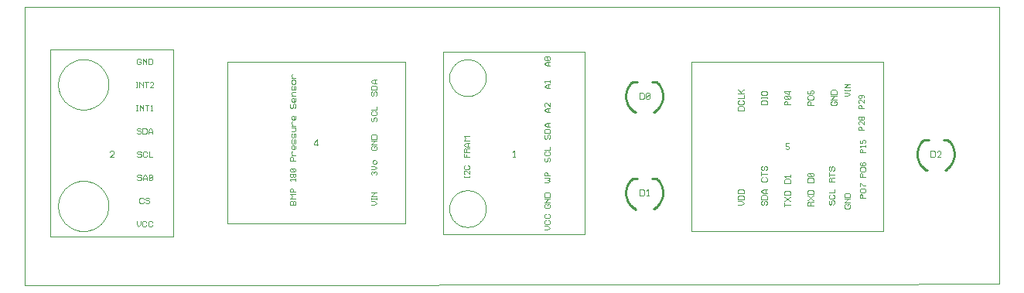
<source format=gto>
G75*
G71*
%OFA0B0*%
%FSLAX23Y23*%
%IPPOS*%
%LPD*%
%ADD10C,0.1*%
%ADD11C,0.111*%
%ADD12C,0.254*%
%ADD13C,0.254*%
%LPD*%D10*
X0Y0D02*
X0Y100D01*
X0Y200D01*
X0Y300D01*
X0Y400D01*
X0Y500D01*
X0Y600D01*
X0Y700D01*
X0Y799D01*
X0Y899D01*
X0Y999D01*
X0Y1099D01*
X0Y1199D01*
X0Y1299D01*
X0Y1399D01*
X0Y1499D01*
X0Y1599D01*
X0Y1699D01*
X0Y1799D01*
X0Y1899D01*
X0Y1999D01*
X0Y2099D01*
X0Y2199D01*
X0Y2298D01*
X0Y2398D01*
X0Y2498D01*
X0Y2598D01*
X0Y2698D01*
X0Y2798D01*
X0Y2898D01*
X0Y2998D01*
X0Y3098D01*
X0Y3198D01*
X0Y3298D01*
X0Y3398D01*
X0Y3498D01*
X0Y3598D01*
X0Y3698D01*
X0Y3797D01*
X0Y3897D01*
X0Y3997D01*
X0Y4097D01*
X0Y4197D01*
X0Y4297D01*
X0Y4397D01*
X0Y4497D01*
X0Y4597D01*
X0Y4697D01*
X0Y4797D01*
X0Y4897D01*
X0Y4997D01*
X0Y5097D01*
X0Y5197D01*
X0Y5296D01*
X0Y5396D01*
X0Y5496D01*
X0Y5596D01*
X0Y5696D01*
X0Y5796D01*
X0Y5896D01*
X0Y5996D01*
X0Y6096D01*
X0Y6196D01*
X0Y6296D01*
X0Y6396D01*
X0Y6496D01*
X0Y6596D01*
X0Y6696D01*
X0Y6796D01*
X0Y6895D01*
X0Y6995D01*
X0Y7095D01*
X0Y7195D01*
X0Y7295D01*
X0Y7395D01*
X0Y7495D01*
X0Y7595D01*
X0Y7695D01*
X0Y7795D01*
X0Y7895D01*
X0Y7995D01*
X0Y8095D01*
X0Y8195D01*
X0Y8295D01*
X0Y8394D01*
X0Y8494D01*
X0Y8594D01*
X0Y8694D01*
X0Y8794D01*
X0Y8894D01*
X0Y8994D01*
X0Y9094D01*
X0Y9194D01*
X0Y9294D01*
X0Y9394D01*
X0Y9494D01*
X0Y9594D01*
X0Y9694D01*
X0Y9794D01*
X0Y9893D01*
X0Y9993D01*
X0Y10093D01*
X0Y10193D01*
X0Y10293D01*
X0Y10393D01*
X0Y10493D01*
X0Y10593D01*
X0Y10693D01*
X0Y10793D01*
X0Y10893D01*
X0Y10993D01*
X0Y11093D01*
X0Y11193D01*
X0Y11293D01*
X0Y11392D01*
X0Y11492D01*
X0Y11592D01*
X0Y11692D01*
X0Y11792D01*
X0Y11892D01*
X0Y11992D01*
X0Y12092D01*
X0Y12192D01*
X0Y12292D01*
X0Y12392D01*
X0Y12492D01*
X0Y12592D01*
X0Y12692D01*
X0Y12792D01*
X0Y12891D01*
X0Y12991D01*
X0Y13091D01*
X0Y13191D01*
X0Y13291D01*
X0Y13391D01*
X0Y13491D01*
X0Y13591D01*
X0Y13691D01*
X0Y13791D01*
X0Y13891D01*
X0Y13991D01*
X0Y14091D01*
X0Y14191D01*
X0Y14291D01*
X0Y14391D01*
X0Y14490D01*
X0Y14590D01*
X0Y14690D01*
X0Y14790D01*
X0Y14890D01*
X0Y14990D01*
X0Y15090D01*
X0Y15190D01*
X0Y15290D01*
X0Y15390D01*
X0Y15490D01*
X0Y15590D01*
X0Y15690D01*
X0Y15790D01*
X0Y15890D01*
X0Y15989D01*
X0Y16089D01*
X0Y16189D01*
X0Y16289D01*
X0Y16389D01*
X0Y16489D01*
X0Y16589D01*
X0Y16689D01*
X0Y16789D01*
X0Y16889D01*
X0Y16989D01*
X0Y17089D01*
X0Y17189D01*
X0Y17289D01*
X0Y17389D01*
X0Y17488D01*
X0Y17588D01*
X0Y17688D01*
X0Y17788D01*
X0Y17888D01*
X0Y17988D01*
X0Y18088D01*
X0Y18188D01*
X0Y18288D01*
X0Y18388D01*
X0Y18488D01*
X0Y18588D01*
X0Y18688D01*
X0Y18788D01*
X0Y18888D01*
X0Y18987D01*
X0Y19087D01*
X0Y19187D01*
X0Y19287D01*
X0Y19387D01*
X0Y19487D01*
X0Y19587D01*
X0Y19687D01*
X0Y19787D01*
X0Y19887D01*
X0Y19987D01*
X0Y20087D01*
X0Y20187D01*
X0Y20287D01*
X0Y20387D01*
X0Y20486D01*
X0Y20586D01*
X0Y20686D01*
X0Y20786D01*
X0Y20886D01*
X0Y20986D01*
X0Y21086D01*
X0Y21186D01*
X0Y21286D01*
X0Y21386D01*
X0Y21486D01*
X0Y21586D01*
X0Y21686D01*
X0Y21786D01*
X0Y21886D01*
X0Y21985D01*
X0Y22085D01*
X0Y22185D01*
X0Y22285D01*
X0Y22385D01*
X0Y22485D01*
X0Y22585D01*
X0Y22685D01*
X0Y22785D01*
X0Y22885D01*
X0Y22985D01*
X0Y23085D01*
X0Y23185D01*
X0Y23285D01*
X0Y23385D01*
X0Y23485D01*
X0Y23584D01*
X0Y23684D01*
X0Y23784D01*
X0Y23884D01*
X0Y23984D01*
X0Y24084D01*
X0Y24184D01*
X0Y24284D01*
X0Y24384D01*
X0Y24484D01*
X0Y24584D01*
X0Y24684D01*
X0Y24784D01*
X0Y24884D01*
X0Y24984D01*
X0Y25083D01*
X0Y25183D01*
X0Y25283D01*
X0Y25383D01*
X0Y25483D01*
X0Y25583D01*
X0Y25683D01*
X0Y25783D01*
X0Y25883D01*
X0Y25983D01*
X0Y26083D01*
X0Y26183D01*
X0Y26283D01*
X0Y26383D01*
X0Y26483D01*
X0Y26582D01*
X0Y26682D01*
X0Y26782D01*
X0Y26882D01*
X0Y26982D01*
X0Y27082D01*
X0Y27182D01*
X0Y27282D01*
X0Y27382D01*
X0Y27482D01*
X0Y27582D01*
X0Y27682D01*
X0Y27782D01*
X0Y27882D01*
X0Y27982D01*
X0Y28082D01*
X0Y28181D01*
X0Y28281D01*
X0Y28381D01*
X0Y28481D01*
X0Y28581D01*
X0Y28681D01*
X0Y28781D01*
X0Y28881D01*
X0Y28981D01*
X0Y29081D01*
X0Y29181D01*
X0Y29281D01*
X0Y29381D01*
X0Y29481D01*
X0Y29581D01*
X0Y29680D01*
X0Y29780D01*
X0Y29880D01*
X0Y29980D01*
X0Y30080D01*
X0Y30180D01*
X0Y30280D01*
X0Y30380D01*
X0Y30480D01*
X100Y30480D01*
X200Y30480D01*
X300Y30480D01*
X400Y30480D01*
X500Y30480D01*
X600Y30480D01*
X700Y30480D01*
X800Y30480D01*
X900Y30480D01*
X1000Y30480D01*
X1100Y30480D01*
X1200Y30480D01*
X1300Y30480D01*
X1400Y30480D01*
X1500Y30480D01*
X1600Y30480D01*
X1700Y30480D01*
X1800Y30480D01*
X1900Y30480D01*
X2000Y30480D01*
X2100Y30480D01*
X2200Y30480D01*
X2300Y30480D01*
X2400Y30480D01*
X2500Y30480D01*
X2599Y30480D01*
X2699Y30480D01*
X2799Y30480D01*
X2899Y30480D01*
X2999Y30480D01*
X3099Y30480D01*
X3199Y30480D01*
X3299Y30480D01*
X3399Y30480D01*
X3499Y30480D01*
X3599Y30480D01*
X3699Y30480D01*
X3799Y30480D01*
X3899Y30480D01*
X3999Y30480D01*
X4099Y30480D01*
X4199Y30480D01*
X4299Y30480D01*
X4399Y30480D01*
X4499Y30480D01*
X4599Y30480D01*
X4699Y30480D01*
X4799Y30480D01*
X4899Y30480D01*
X4999Y30480D01*
X5099Y30480D01*
X5199Y30480D01*
X5299Y30480D01*
X5399Y30480D01*
X5499Y30480D01*
X5599Y30480D01*
X5699Y30480D01*
X5799Y30480D01*
X5899Y30480D01*
X5999Y30480D01*
X6099Y30480D01*
X6199Y30480D01*
X6299Y30480D01*
X6399Y30480D01*
X6499Y30480D01*
X6599Y30480D01*
X6699Y30480D01*
X6799Y30480D01*
X6899Y30480D01*
X6999Y30480D01*
X7099Y30480D01*
X7199Y30480D01*
X7299Y30480D01*
X7399Y30480D01*
X7499Y30480D01*
X7599Y30480D01*
X7699Y30480D01*
X7798Y30480D01*
X7898Y30480D01*
X7998Y30480D01*
X8098Y30480D01*
X8198Y30480D01*
X8298Y30480D01*
X8398Y30480D01*
X8498Y30480D01*
X8598Y30480D01*
X8698Y30480D01*
X8798Y30480D01*
X8898Y30480D01*
X8998Y30480D01*
X9098Y30480D01*
X9198Y30480D01*
X9298Y30480D01*
X9398Y30480D01*
X9498Y30480D01*
X9598Y30480D01*
X9698Y30480D01*
X9798Y30480D01*
X9898Y30480D01*
X9998Y30480D01*
X10098Y30480D01*
X10198Y30480D01*
X10298Y30480D01*
X10398Y30480D01*
X10498Y30480D01*
X10598Y30480D01*
X10698Y30480D01*
X10798Y30480D01*
X10898Y30480D01*
X10998Y30480D01*
X11098Y30480D01*
X11198Y30480D01*
X11298Y30480D01*
X11398Y30480D01*
X11498Y30480D01*
X11598Y30480D01*
X11698Y30480D01*
X11798Y30480D01*
X11898Y30480D01*
X11998Y30480D01*
X12098Y30480D01*
X12198Y30480D01*
X12298Y30480D01*
X12398Y30480D01*
X12498Y30480D01*
X12598Y30480D01*
X12698Y30480D01*
X12798Y30480D01*
X12898Y30480D01*
X12998Y30480D01*
X13097Y30480D01*
X13197Y30480D01*
X13297Y30480D01*
X13397Y30480D01*
X13497Y30480D01*
X13597Y30480D01*
X13697Y30480D01*
X13797Y30480D01*
X13897Y30480D01*
X13997Y30480D01*
X14097Y30480D01*
X14197Y30480D01*
X14297Y30480D01*
X14397Y30480D01*
X14497Y30480D01*
X14597Y30480D01*
X14697Y30480D01*
X14797Y30480D01*
X14897Y30480D01*
X14997Y30480D01*
X15097Y30480D01*
X15197Y30480D01*
X15297Y30480D01*
X15397Y30480D01*
X15497Y30480D01*
X15597Y30480D01*
X15697Y30480D01*
X15797Y30480D01*
X15897Y30480D01*
X15997Y30480D01*
X16097Y30480D01*
X16197Y30480D01*
X16297Y30480D01*
X16397Y30480D01*
X16497Y30480D01*
X16597Y30480D01*
X16697Y30480D01*
X16797Y30480D01*
X16897Y30480D01*
X16997Y30480D01*
X17097Y30480D01*
X17197Y30480D01*
X17297Y30480D01*
X17397Y30480D01*
X17497Y30480D01*
X17597Y30480D01*
X17697Y30480D01*
X17797Y30480D01*
X17897Y30480D01*
X17997Y30480D01*
X18097Y30480D01*
X18196Y30480D01*
X18296Y30480D01*
X18396Y30480D01*
X18496Y30480D01*
X18596Y30480D01*
X18696Y30480D01*
X18796Y30480D01*
X18896Y30480D01*
X18996Y30480D01*
X19096Y30480D01*
X19196Y30480D01*
X19296Y30480D01*
X19396Y30480D01*
X19496Y30480D01*
X19596Y30480D01*
X19696Y30480D01*
X19796Y30480D01*
X19896Y30480D01*
X19996Y30480D01*
X20096Y30480D01*
X20196Y30480D01*
X20296Y30480D01*
X20396Y30480D01*
X20496Y30480D01*
X20596Y30480D01*
X20696Y30480D01*
X20796Y30480D01*
X20896Y30480D01*
X20996Y30480D01*
X21096Y30480D01*
X21196Y30480D01*
X21296Y30480D01*
X21396Y30480D01*
X21496Y30480D01*
X21596Y30480D01*
X21696Y30480D01*
X21796Y30480D01*
X21896Y30480D01*
X21996Y30480D01*
X22096Y30480D01*
X22196Y30480D01*
X22296Y30480D01*
X22396Y30480D01*
X22496Y30480D01*
X22596Y30480D01*
X22696Y30480D01*
X22796Y30480D01*
X22896Y30480D01*
X22996Y30480D01*
X23096Y30480D01*
X23196Y30480D01*
X23296Y30480D01*
X23395Y30480D01*
X23495Y30480D01*
X23595Y30480D01*
X23695Y30480D01*
X23795Y30480D01*
X23895Y30480D01*
X23995Y30480D01*
X24095Y30480D01*
X24195Y30480D01*
X24295Y30480D01*
X24395Y30480D01*
X24495Y30480D01*
X24595Y30480D01*
X24695Y30480D01*
X24795Y30480D01*
X24895Y30480D01*
X24995Y30480D01*
X25095Y30480D01*
X25195Y30480D01*
X25295Y30480D01*
X25395Y30480D01*
X25495Y30480D01*
X25595Y30480D01*
X25695Y30480D01*
X25795Y30480D01*
X25895Y30480D01*
X25995Y30480D01*
X26095Y30480D01*
X26195Y30480D01*
X26295Y30480D01*
X26395Y30480D01*
X26495Y30480D01*
X26595Y30480D01*
X26695Y30480D01*
X26795Y30480D01*
X26895Y30480D01*
X26995Y30480D01*
X27095Y30480D01*
X27195Y30480D01*
X27295Y30480D01*
X27395Y30480D01*
X27495Y30480D01*
X27595Y30480D01*
X27695Y30480D01*
X27795Y30480D01*
X27895Y30480D01*
X27995Y30480D01*
X28095Y30480D01*
X28195Y30480D01*
X28295Y30480D01*
X28395Y30480D01*
X28495Y30480D01*
X28594Y30480D01*
X28694Y30480D01*
X28794Y30480D01*
X28894Y30480D01*
X28994Y30480D01*
X29094Y30480D01*
X29194Y30480D01*
X29294Y30480D01*
X29394Y30480D01*
X29494Y30480D01*
X29594Y30480D01*
X29694Y30480D01*
X29794Y30480D01*
X29894Y30480D01*
X29994Y30480D01*
X30094Y30480D01*
X30194Y30480D01*
X30294Y30480D01*
X30394Y30480D01*
X30494Y30480D01*
X30594Y30480D01*
X30694Y30480D01*
X30794Y30480D01*
X30894Y30480D01*
X30994Y30480D01*
X31094Y30480D01*
X31194Y30480D01*
X31294Y30480D01*
X31394Y30480D01*
X31494Y30480D01*
X31594Y30480D01*
X31694Y30480D01*
X31794Y30480D01*
X31894Y30480D01*
X31994Y30480D01*
X32094Y30480D01*
X32194Y30480D01*
X32294Y30480D01*
X32394Y30480D01*
X32494Y30480D01*
X32594Y30480D01*
X32694Y30480D01*
X32794Y30480D01*
X32894Y30480D01*
X32994Y30480D01*
X33094Y30480D01*
X33194Y30480D01*
X33294Y30480D01*
X33394Y30480D01*
X33494Y30480D01*
X33594Y30480D01*
X33694Y30480D01*
X33793Y30480D01*
X33893Y30480D01*
X33993Y30480D01*
X34093Y30480D01*
X34193Y30480D01*
X34293Y30480D01*
X34393Y30480D01*
X34493Y30480D01*
X34593Y30480D01*
X34693Y30480D01*
X34793Y30480D01*
X34893Y30480D01*
X34993Y30480D01*
X35093Y30480D01*
X35193Y30480D01*
X35293Y30480D01*
X35393Y30480D01*
X35493Y30480D01*
X35593Y30480D01*
X35693Y30480D01*
X35793Y30480D01*
X35893Y30480D01*
X35993Y30480D01*
X36093Y30480D01*
X36193Y30480D01*
X36293Y30480D01*
X36393Y30480D01*
X36493Y30480D01*
X36593Y30480D01*
X36693Y30480D01*
X36793Y30480D01*
X36893Y30480D01*
X36993Y30480D01*
X37093Y30480D01*
X37193Y30480D01*
X37293Y30480D01*
X37393Y30480D01*
X37493Y30480D01*
X37593Y30480D01*
X37693Y30480D01*
X37793Y30480D01*
X37893Y30480D01*
X37993Y30480D01*
X38093Y30480D01*
X38193Y30480D01*
X38293Y30480D01*
X38393Y30480D01*
X38493Y30480D01*
X38593Y30480D01*
X38693Y30480D01*
X38793Y30480D01*
X38893Y30480D01*
X38992Y30480D01*
X39092Y30480D01*
X39192Y30480D01*
X39292Y30480D01*
X39392Y30480D01*
X39492Y30480D01*
X39592Y30480D01*
X39692Y30480D01*
X39792Y30480D01*
X39892Y30480D01*
X39992Y30480D01*
X40092Y30480D01*
X40192Y30480D01*
X40292Y30480D01*
X40392Y30480D01*
X40492Y30480D01*
X40592Y30480D01*
X40692Y30480D01*
X40792Y30480D01*
X40892Y30480D01*
X40992Y30480D01*
X41092Y30480D01*
X41192Y30480D01*
X41292Y30480D01*
X41392Y30480D01*
X41492Y30480D01*
X41592Y30480D01*
X41692Y30480D01*
X41792Y30480D01*
X41892Y30480D01*
X41992Y30480D01*
X42092Y30480D01*
X42192Y30480D01*
X42292Y30480D01*
X42392Y30480D01*
X42492Y30480D01*
X42592Y30480D01*
X42692Y30480D01*
X42792Y30480D01*
X42892Y30480D01*
X42992Y30480D01*
X43092Y30480D01*
X43192Y30480D01*
X43292Y30480D01*
X43392Y30480D01*
X43492Y30480D01*
X43592Y30480D01*
X43692Y30480D01*
X43792Y30480D01*
X43892Y30480D01*
X43992Y30480D01*
X44092Y30480D01*
X44192Y30480D01*
X44291Y30480D01*
X44391Y30480D01*
X44491Y30480D01*
X44591Y30480D01*
X44691Y30480D01*
X44791Y30480D01*
X44891Y30480D01*
X44991Y30480D01*
X45091Y30480D01*
X45191Y30480D01*
X45291Y30480D01*
X45391Y30480D01*
X45491Y30480D01*
X45591Y30480D01*
X45691Y30480D01*
X45791Y30480D01*
X45891Y30480D01*
X45991Y30480D01*
X46091Y30480D01*
X46191Y30480D01*
X46291Y30480D01*
X46391Y30480D01*
X46491Y30480D01*
X46591Y30480D01*
X46691Y30480D01*
X46791Y30480D01*
X46891Y30480D01*
X46991Y30480D01*
X47091Y30480D01*
X47191Y30480D01*
X47291Y30480D01*
X47391Y30480D01*
X47491Y30480D01*
X47591Y30480D01*
X47691Y30480D01*
X47791Y30480D01*
X47891Y30480D01*
X47991Y30480D01*
X48091Y30480D01*
X48191Y30480D01*
X48291Y30480D01*
X48391Y30480D01*
X48491Y30480D01*
X48591Y30480D01*
X48691Y30480D01*
X48791Y30480D01*
X48891Y30480D01*
X48991Y30480D01*
X49091Y30480D01*
X49191Y30480D01*
X49291Y30480D01*
X49391Y30480D01*
X49491Y30480D01*
X49590Y30480D01*
X49690Y30480D01*
X49790Y30480D01*
X49890Y30480D01*
X49990Y30480D01*
X50090Y30480D01*
X50190Y30480D01*
X50290Y30480D01*
X50390Y30480D01*
X50490Y30480D01*
X50590Y30480D01*
X50690Y30480D01*
X50790Y30480D01*
X50890Y30480D01*
X50990Y30480D01*
X51090Y30480D01*
X51190Y30480D01*
X51290Y30480D01*
X51390Y30480D01*
X51490Y30480D01*
X51590Y30480D01*
X51690Y30480D01*
X51790Y30480D01*
X51890Y30480D01*
X51990Y30480D01*
X52090Y30480D01*
X52190Y30480D01*
X52290Y30480D01*
X52390Y30480D01*
X52490Y30480D01*
X52590Y30480D01*
X52690Y30480D01*
X52790Y30480D01*
X52890Y30480D01*
X52990Y30480D01*
X53090Y30480D01*
X53190Y30480D01*
X53290Y30480D01*
X53390Y30480D01*
X53490Y30480D01*
X53590Y30480D01*
X53690Y30480D01*
X53790Y30480D01*
X53890Y30480D01*
X53990Y30480D01*
X54090Y30480D01*
X54190Y30480D01*
X54290Y30480D01*
X54390Y30480D01*
X54490Y30480D01*
X54590Y30480D01*
X54690Y30480D01*
X54789Y30480D01*
X54889Y30480D01*
X54989Y30480D01*
X55089Y30480D01*
X55189Y30480D01*
X55289Y30480D01*
X55389Y30480D01*
X55489Y30480D01*
X55589Y30480D01*
X55689Y30480D01*
X55789Y30480D01*
X55889Y30480D01*
X55989Y30480D01*
X56089Y30480D01*
X56189Y30480D01*
X56289Y30480D01*
X56389Y30480D01*
X56489Y30480D01*
X56589Y30480D01*
X56689Y30480D01*
X56789Y30480D01*
X56889Y30480D01*
X56989Y30480D01*
X57089Y30480D01*
X57189Y30480D01*
X57289Y30480D01*
X57389Y30480D01*
X57489Y30480D01*
X57589Y30480D01*
X57689Y30480D01*
X57789Y30480D01*
X57889Y30480D01*
X57989Y30480D01*
X58089Y30480D01*
X58189Y30480D01*
X58289Y30480D01*
X58389Y30480D01*
X58489Y30480D01*
X58589Y30480D01*
X58689Y30480D01*
X58789Y30480D01*
X58889Y30480D01*
X58989Y30480D01*
X59089Y30480D01*
X59189Y30480D01*
X59289Y30480D01*
X59389Y30480D01*
X59489Y30480D01*
X59589Y30480D01*
X59689Y30480D01*
X59789Y30480D01*
X59889Y30480D01*
X59988Y30480D01*
X60088Y30480D01*
X60188Y30480D01*
X60288Y30480D01*
X60388Y30480D01*
X60488Y30480D01*
X60588Y30480D01*
X60688Y30480D01*
X60788Y30480D01*
X60888Y30480D01*
X60988Y30480D01*
X61088Y30480D01*
X61188Y30480D01*
X61288Y30480D01*
X61388Y30480D01*
X61488Y30480D01*
X61588Y30480D01*
X61688Y30480D01*
X61788Y30480D01*
X61888Y30480D01*
X61988Y30480D01*
X62088Y30480D01*
X62188Y30480D01*
X62288Y30480D01*
X62388Y30480D01*
X62488Y30480D01*
X62588Y30480D01*
X62688Y30480D01*
X62788Y30480D01*
X62888Y30480D01*
X62988Y30480D01*
X63088Y30480D01*
X63188Y30480D01*
X63288Y30480D01*
X63388Y30480D01*
X63488Y30480D01*
X63588Y30480D01*
X63688Y30480D01*
X63788Y30480D01*
X63888Y30480D01*
X63988Y30480D01*
X64088Y30480D01*
X64188Y30480D01*
X64288Y30480D01*
X64388Y30480D01*
X64488Y30480D01*
X64588Y30480D01*
X64688Y30480D01*
X64788Y30480D01*
X64888Y30480D01*
X64988Y30480D01*
X65088Y30480D01*
X65188Y30480D01*
X65288Y30480D01*
X65387Y30480D01*
X65487Y30480D01*
X65587Y30480D01*
X65687Y30480D01*
X65787Y30480D01*
X65887Y30480D01*
X65987Y30480D01*
X66087Y30480D01*
X66187Y30480D01*
X66287Y30480D01*
X66387Y30480D01*
X66487Y30480D01*
X66587Y30480D01*
X66687Y30480D01*
X66787Y30480D01*
X66887Y30480D01*
X66987Y30480D01*
X67087Y30480D01*
X67187Y30480D01*
X67287Y30480D01*
X67387Y30480D01*
X67487Y30480D01*
X67587Y30480D01*
X67687Y30480D01*
X67787Y30480D01*
X67887Y30480D01*
X67987Y30480D01*
X68087Y30480D01*
X68187Y30480D01*
X68287Y30480D01*
X68387Y30480D01*
X68487Y30480D01*
X68587Y30480D01*
X68687Y30480D01*
X68787Y30480D01*
X68887Y30480D01*
X68987Y30480D01*
X69087Y30480D01*
X69187Y30480D01*
X69287Y30480D01*
X69387Y30480D01*
X69487Y30480D01*
X69587Y30480D01*
X69687Y30480D01*
X69787Y30480D01*
X69887Y30480D01*
X69987Y30480D01*
X70087Y30480D01*
X70187Y30480D01*
X70287Y30480D01*
X70387Y30480D01*
X70487Y30480D01*
X70587Y30480D01*
X70686Y30480D01*
X70786Y30480D01*
X70886Y30480D01*
X70986Y30480D01*
X71086Y30480D01*
X71186Y30480D01*
X71286Y30480D01*
X71386Y30480D01*
X71486Y30480D01*
X71586Y30480D01*
X71686Y30480D01*
X71786Y30480D01*
X71886Y30480D01*
X71986Y30480D01*
X72086Y30480D01*
X72186Y30480D01*
X72286Y30480D01*
X72386Y30480D01*
X72486Y30480D01*
X72586Y30480D01*
X72686Y30480D01*
X72786Y30480D01*
X72886Y30480D01*
X72986Y30480D01*
X73086Y30480D01*
X73186Y30480D01*
X73286Y30480D01*
X73386Y30480D01*
X73486Y30480D01*
X73586Y30480D01*
X73686Y30480D01*
X73786Y30480D01*
X73886Y30480D01*
X73986Y30480D01*
X74086Y30480D01*
X74186Y30480D01*
X74286Y30480D01*
X74386Y30480D01*
X74486Y30480D01*
X74586Y30480D01*
X74686Y30480D01*
X74786Y30480D01*
X74886Y30480D01*
X74986Y30480D01*
X75086Y30480D01*
X75186Y30480D01*
X75286Y30480D01*
X75386Y30480D01*
X75486Y30480D01*
X75586Y30480D01*
X75686Y30480D01*
X75786Y30480D01*
X75886Y30480D01*
X75985Y30480D01*
X76085Y30480D01*
X76185Y30480D01*
X76285Y30480D01*
X76385Y30480D01*
X76485Y30480D01*
X76585Y30480D01*
X76685Y30480D01*
X76785Y30480D01*
X76885Y30480D01*
X76985Y30480D01*
X77085Y30480D01*
X77185Y30480D01*
X77285Y30480D01*
X77385Y30480D01*
X77485Y30480D01*
X77585Y30480D01*
X77685Y30480D01*
X77785Y30480D01*
X77885Y30480D01*
X77985Y30480D01*
X78085Y30480D01*
X78185Y30480D01*
X78285Y30480D01*
X78385Y30480D01*
X78485Y30480D01*
X78585Y30480D01*
X78685Y30480D01*
X78785Y30480D01*
X78885Y30480D01*
X78985Y30480D01*
X79085Y30480D01*
X79185Y30480D01*
X79285Y30480D01*
X79385Y30480D01*
X79485Y30480D01*
X79585Y30480D01*
X79685Y30480D01*
X79785Y30480D01*
X79885Y30480D01*
X79985Y30480D01*
X80085Y30480D01*
X80185Y30480D01*
X80285Y30480D01*
X80385Y30480D01*
X80485Y30480D01*
X80585Y30480D01*
X80685Y30480D01*
X80785Y30480D01*
X80885Y30480D01*
X80985Y30480D01*
X81085Y30480D01*
X81185Y30480D01*
X81284Y30480D01*
X81384Y30480D01*
X81484Y30480D01*
X81584Y30480D01*
X81684Y30480D01*
X81784Y30480D01*
X81884Y30480D01*
X81984Y30480D01*
X82084Y30480D01*
X82184Y30480D01*
X82284Y30480D01*
X82384Y30480D01*
X82484Y30480D01*
X82584Y30480D01*
X82684Y30480D01*
X82784Y30480D01*
X82884Y30480D01*
X82984Y30480D01*
X83084Y30480D01*
X83184Y30480D01*
X83284Y30480D01*
X83384Y30480D01*
X83484Y30480D01*
X83584Y30480D01*
X83684Y30480D01*
X83784Y30480D01*
X83884Y30480D01*
X83984Y30480D01*
X84084Y30480D01*
X84184Y30480D01*
X84284Y30480D01*
X84384Y30480D01*
X84484Y30480D01*
X84584Y30480D01*
X84684Y30480D01*
X84784Y30480D01*
X84884Y30480D01*
X84984Y30480D01*
X85084Y30480D01*
X85184Y30480D01*
X85284Y30480D01*
X85384Y30480D01*
X85484Y30480D01*
X85584Y30480D01*
X85684Y30480D01*
X85784Y30480D01*
X85884Y30480D01*
X85984Y30480D01*
X86084Y30480D01*
X86184Y30480D01*
X86284Y30480D01*
X86384Y30480D01*
X86484Y30480D01*
X86583Y30480D01*
X86683Y30480D01*
X86783Y30480D01*
X86883Y30480D01*
X86983Y30480D01*
X87083Y30480D01*
X87183Y30480D01*
X87283Y30480D01*
X87383Y30480D01*
X87483Y30480D01*
X87583Y30480D01*
X87683Y30480D01*
X87783Y30480D01*
X87883Y30480D01*
X87983Y30480D01*
X88083Y30480D01*
X88183Y30480D01*
X88283Y30480D01*
X88383Y30480D01*
X88483Y30480D01*
X88583Y30480D01*
X88683Y30480D01*
X88783Y30480D01*
X88883Y30480D01*
X88983Y30480D01*
X89083Y30480D01*
X89183Y30480D01*
X89283Y30480D01*
X89383Y30480D01*
X89483Y30480D01*
X89583Y30480D01*
X89683Y30480D01*
X89783Y30480D01*
X89883Y30480D01*
X89983Y30480D01*
X90083Y30480D01*
X90183Y30480D01*
X90283Y30480D01*
X90383Y30480D01*
X90483Y30480D01*
X90583Y30480D01*
X90683Y30480D01*
X90783Y30480D01*
X90883Y30480D01*
X90983Y30480D01*
X91083Y30480D01*
X91183Y30480D01*
X91283Y30480D01*
X91383Y30480D01*
X91483Y30480D01*
X91583Y30480D01*
X91683Y30480D01*
X91783Y30480D01*
X91883Y30480D01*
X91983Y30480D01*
X92082Y30480D01*
X92182Y30480D01*
X92282Y30480D01*
X92382Y30480D01*
X92482Y30480D01*
X92582Y30480D01*
X92682Y30480D01*
X92782Y30480D01*
X92882Y30480D01*
X92982Y30480D01*
X93082Y30480D01*
X93182Y30480D01*
X93282Y30480D01*
X93382Y30480D01*
X93482Y30480D01*
X93582Y30480D01*
X93682Y30480D01*
X93782Y30480D01*
X93882Y30480D01*
X93982Y30480D01*
X94082Y30480D01*
X94182Y30480D01*
X94282Y30480D01*
X94382Y30480D01*
X94482Y30480D01*
X94582Y30480D01*
X94682Y30480D01*
X94782Y30480D01*
X94882Y30480D01*
X94982Y30480D01*
X95082Y30480D01*
X95182Y30480D01*
X95282Y30480D01*
X95382Y30480D01*
X95482Y30480D01*
X95582Y30480D01*
X95682Y30480D01*
X95782Y30480D01*
X95882Y30480D01*
X95982Y30480D01*
X96082Y30480D01*
X96182Y30480D01*
X96282Y30480D01*
X96382Y30480D01*
X96482Y30480D01*
X96582Y30480D01*
X96682Y30480D01*
X96782Y30480D01*
X96882Y30480D01*
X96982Y30480D01*
X97082Y30480D01*
X97182Y30480D01*
X97282Y30480D01*
X97382Y30480D01*
X97482Y30480D01*
X97581Y30480D01*
X97681Y30480D01*
X97781Y30480D01*
X97881Y30480D01*
X97981Y30480D01*
X98081Y30480D01*
X98181Y30480D01*
X98281Y30480D01*
X98381Y30480D01*
X98481Y30480D01*
X98581Y30480D01*
X98681Y30480D01*
X98781Y30480D01*
X98881Y30480D01*
X98981Y30480D01*
X99081Y30480D01*
X99181Y30480D01*
X99281Y30480D01*
X99381Y30480D01*
X99481Y30480D01*
X99581Y30480D01*
X99681Y30480D01*
X99781Y30480D01*
X99881Y30480D01*
X99981Y30480D01*
X100081Y30480D01*
X100181Y30480D01*
X100281Y30480D01*
X100381Y30480D01*
X100481Y30480D01*
X100581Y30480D01*
X100681Y30480D01*
X100781Y30480D01*
X100881Y30480D01*
X100981Y30480D01*
X101081Y30480D01*
X101181Y30480D01*
X101281Y30480D01*
X101381Y30480D01*
X101481Y30480D01*
X101581Y30480D01*
X101681Y30480D01*
X101781Y30480D01*
X101881Y30480D01*
X101981Y30480D01*
X102081Y30480D01*
X102181Y30480D01*
X102281Y30480D01*
X102381Y30480D01*
X102481Y30480D01*
X102581Y30480D01*
X102681Y30480D01*
X102781Y30480D01*
X102881Y30480D01*
X102981Y30480D01*
X103081Y30480D01*
X103181Y30480D01*
X103280Y30480D01*
X103380Y30480D01*
X103480Y30480D01*
X103580Y30480D01*
X103680Y30480D01*
X103780Y30480D01*
X103880Y30480D01*
X103980Y30480D01*
X104080Y30480D01*
X104180Y30480D01*
X104280Y30480D01*
X104380Y30480D01*
X104480Y30480D01*
X104580Y30480D01*
X104680Y30480D01*
X104780Y30480D01*
X104880Y30480D01*
X104980Y30480D01*
X105080Y30480D01*
X105180Y30480D01*
X105280Y30480D01*
X105380Y30480D01*
X105480Y30480D01*
X105580Y30480D01*
X105680Y30480D01*
X105780Y30480D01*
X105880Y30480D01*
X105980Y30480D01*
X106080Y30480D01*
X106180Y30480D01*
X106280Y30480D01*
X106380Y30480D01*
X106480Y30480D01*
X106580Y30480D01*
X106680Y30480D01*
X106680Y30380D01*
X106680Y30281D01*
X106680Y30181D01*
X106680Y30081D01*
X106680Y29982D01*
X106680Y29882D01*
X106680Y29782D01*
X106680Y29682D01*
X106680Y29583D01*
X106680Y29483D01*
X106680Y29383D01*
X106680Y29284D01*
X106680Y29184D01*
X106680Y29084D01*
X106680Y28985D01*
X106680Y28885D01*
X106680Y28785D01*
X106680Y28686D01*
X106680Y28586D01*
X106680Y28486D01*
X106680Y28386D01*
X106680Y28287D01*
X106680Y28187D01*
X106680Y28087D01*
X106680Y27988D01*
X106680Y27888D01*
X106680Y27788D01*
X106680Y27689D01*
X106680Y27589D01*
X106680Y27489D01*
X106680Y27389D01*
X106680Y27290D01*
X106680Y27190D01*
X106680Y27090D01*
X106680Y26991D01*
X106680Y26891D01*
X106680Y26791D01*
X106680Y26692D01*
X106680Y26592D01*
X106680Y26492D01*
X106680Y26393D01*
X106680Y26293D01*
X106680Y26193D01*
X106680Y26093D01*
X106680Y25994D01*
X106680Y25894D01*
X106680Y25794D01*
X106680Y25695D01*
X106680Y25595D01*
X106680Y25495D01*
X106680Y25396D01*
X106680Y25296D01*
X106680Y25196D01*
X106680Y25097D01*
X106680Y24997D01*
X106680Y24897D01*
X106680Y24797D01*
X106680Y24698D01*
X106680Y24598D01*
X106680Y24498D01*
X106680Y24399D01*
X106680Y24299D01*
X106680Y24199D01*
X106680Y24100D01*
X106680Y24000D01*
X106680Y23900D01*
X106680Y23800D01*
X106680Y23701D01*
X106680Y23601D01*
X106680Y23501D01*
X106680Y23402D01*
X106680Y23302D01*
X106680Y23202D01*
X106680Y23103D01*
X106680Y23003D01*
X106680Y22903D01*
X106680Y22804D01*
X106680Y22704D01*
X106680Y22604D01*
X106680Y22504D01*
X106680Y22405D01*
X106680Y22305D01*
X106680Y22205D01*
X106680Y22106D01*
X106680Y22006D01*
X106680Y21906D01*
X106680Y21807D01*
X106680Y21707D01*
X106680Y21607D01*
X106680Y21508D01*
X106680Y21408D01*
X106680Y21308D01*
X106680Y21208D01*
X106680Y21109D01*
X106680Y21009D01*
X106680Y20909D01*
X106680Y20810D01*
X106680Y20710D01*
X106680Y20610D01*
X106680Y20511D01*
X106680Y20411D01*
X106680Y20311D01*
X106680Y20212D01*
X106680Y20112D01*
X106680Y20012D01*
X106680Y19912D01*
X106680Y19813D01*
X106680Y19713D01*
X106680Y19613D01*
X106680Y19514D01*
X106680Y19414D01*
X106680Y19314D01*
X106680Y19215D01*
X106680Y19115D01*
X106680Y19015D01*
X106680Y18915D01*
X106680Y18816D01*
X106680Y18716D01*
X106680Y18616D01*
X106680Y18517D01*
X106680Y18417D01*
X106680Y18317D01*
X106680Y18218D01*
X106680Y18118D01*
X106680Y18018D01*
X106680Y17919D01*
X106680Y17819D01*
X106680Y17719D01*
X106680Y17619D01*
X106680Y17520D01*
X106680Y17420D01*
X106680Y17320D01*
X106680Y17221D01*
X106680Y17121D01*
X106680Y17021D01*
X106680Y16922D01*
X106680Y16822D01*
X106680Y16722D01*
X106680Y16623D01*
X106680Y16523D01*
X106680Y16423D01*
X106680Y16323D01*
X106680Y16224D01*
X106680Y16124D01*
X106680Y16024D01*
X106680Y15925D01*
X106680Y15825D01*
X106680Y15725D01*
X106680Y15626D01*
X106680Y15526D01*
X106680Y15426D01*
X106680Y15326D01*
X106680Y15227D01*
X106680Y15127D01*
X106680Y15027D01*
X106680Y14928D01*
X106680Y14828D01*
X106680Y14728D01*
X106680Y14629D01*
X106680Y14529D01*
X106680Y14429D01*
X106680Y14330D01*
X106680Y14230D01*
X106680Y14130D01*
X106680Y14030D01*
X106680Y13931D01*
X106680Y13831D01*
X106680Y13731D01*
X106680Y13632D01*
X106680Y13532D01*
X106680Y13432D01*
X106680Y13333D01*
X106680Y13233D01*
X106680Y13133D01*
X106680Y13033D01*
X106680Y12934D01*
X106680Y12834D01*
X106680Y12734D01*
X106680Y12635D01*
X106680Y12535D01*
X106680Y12435D01*
X106680Y12336D01*
X106680Y12236D01*
X106680Y12136D01*
X106680Y12037D01*
X106680Y11937D01*
X106680Y11837D01*
X106680Y11737D01*
X106680Y11638D01*
X106680Y11538D01*
X106680Y11438D01*
X106680Y11339D01*
X106680Y11239D01*
X106680Y11139D01*
X106680Y11040D01*
X106680Y10940D01*
X106680Y10840D01*
X106680Y10741D01*
X106680Y10641D01*
X106680Y10541D01*
X106680Y10441D01*
X106680Y10342D01*
X106680Y10242D01*
X106680Y10142D01*
X106680Y10043D01*
X106680Y9943D01*
X106680Y9843D01*
X106680Y9744D01*
X106680Y9644D01*
X106680Y9544D01*
X106680Y9444D01*
X106680Y9345D01*
X106680Y9245D01*
X106680Y9145D01*
X106680Y9046D01*
X106680Y8946D01*
X106680Y8846D01*
X106680Y8747D01*
X106680Y8647D01*
X106680Y8547D01*
X106680Y8448D01*
X106680Y8348D01*
X106680Y8248D01*
X106680Y8148D01*
X106680Y8049D01*
X106680Y7949D01*
X106680Y7849D01*
X106680Y7750D01*
X106680Y7650D01*
X106680Y7550D01*
X106680Y7451D01*
X106680Y7351D01*
X106680Y7251D01*
X106680Y7152D01*
X106680Y7052D01*
X106680Y6952D01*
X106680Y6852D01*
X106680Y6753D01*
X106680Y6653D01*
X106680Y6553D01*
X106680Y6454D01*
X106680Y6354D01*
X106680Y6254D01*
X106680Y6155D01*
X106680Y6055D01*
X106680Y5955D01*
X106680Y5855D01*
X106680Y5756D01*
X106680Y5656D01*
X106680Y5556D01*
X106680Y5457D01*
X106680Y5357D01*
X106680Y5257D01*
X106680Y5158D01*
X106680Y5058D01*
X106680Y4958D01*
X106680Y4859D01*
X106680Y4759D01*
X106680Y4659D01*
X106680Y4559D01*
X106680Y4460D01*
X106680Y4360D01*
X106680Y4260D01*
X106680Y4161D01*
X106680Y4061D01*
X106680Y3961D01*
X106680Y3862D01*
X106680Y3762D01*
X106680Y3662D01*
X106680Y3563D01*
X106680Y3463D01*
X106680Y3363D01*
X106680Y3263D01*
X106680Y3164D01*
X106680Y3064D01*
X106680Y2964D01*
X106680Y2865D01*
X106680Y2765D01*
X106680Y2665D01*
X106680Y2566D01*
X106680Y2466D01*
X106680Y2366D01*
X106680Y2266D01*
X106680Y2167D01*
X106680Y2067D01*
X106680Y1967D01*
X106680Y1868D01*
X106680Y1768D01*
X106680Y1668D01*
X106680Y1569D01*
X106680Y1469D01*
X106680Y1369D01*
X106680Y1270D01*
X106680Y1170D01*
X106680Y1070D01*
X106680Y970D01*
X106680Y871D01*
X106680Y771D01*
X106680Y671D01*
X106680Y572D01*
X106680Y472D01*
X106680Y372D01*
X106680Y273D01*
X106680Y173D01*
X106580Y173D01*
X106480Y172D01*
X106380Y172D01*
X106280Y172D01*
X106180Y172D01*
X106080Y172D01*
X105980Y172D01*
X105880Y172D01*
X105780Y171D01*
X105680Y171D01*
X105580Y171D01*
X105480Y171D01*
X105380Y171D01*
X105280Y171D01*
X105180Y170D01*
X105080Y170D01*
X104980Y170D01*
X104880Y170D01*
X104780Y170D01*
X104680Y170D01*
X104580Y169D01*
X104480Y169D01*
X104380Y169D01*
X104280Y169D01*
X104180Y169D01*
X104081Y169D01*
X103981Y168D01*
X103881Y168D01*
X103781Y168D01*
X103681Y168D01*
X103581Y168D01*
X103481Y168D01*
X103381Y167D01*
X103281Y167D01*
X103181Y167D01*
X103081Y167D01*
X102981Y167D01*
X102881Y167D01*
X102781Y167D01*
X102681Y166D01*
X102581Y166D01*
X102481Y166D01*
X102381Y166D01*
X102281Y166D01*
X102181Y166D01*
X102081Y165D01*
X101981Y165D01*
X101881Y165D01*
X101781Y165D01*
X101681Y165D01*
X101581Y165D01*
X101481Y164D01*
X101381Y164D01*
X101281Y164D01*
X101181Y164D01*
X101081Y164D01*
X100981Y164D01*
X100881Y163D01*
X100781Y163D01*
X100681Y163D01*
X100581Y163D01*
X100481Y163D01*
X100381Y163D01*
X100281Y162D01*
X100181Y162D01*
X100081Y162D01*
X99981Y162D01*
X99881Y162D01*
X99781Y162D01*
X99681Y161D01*
X99581Y161D01*
X99481Y161D01*
X99381Y161D01*
X99281Y161D01*
X99181Y161D01*
X99081Y161D01*
X98981Y160D01*
X98882Y160D01*
X98782Y160D01*
X98682Y160D01*
X98582Y160D01*
X98482Y160D01*
X98382Y159D01*
X98282Y159D01*
X98182Y159D01*
X98082Y159D01*
X97982Y159D01*
X97882Y159D01*
X97782Y158D01*
X97682Y158D01*
X97582Y158D01*
X97482Y158D01*
X97382Y158D01*
X97282Y158D01*
X97182Y157D01*
X97082Y157D01*
X96982Y157D01*
X96882Y157D01*
X96782Y157D01*
X96682Y157D01*
X96582Y156D01*
X96482Y156D01*
X96382Y156D01*
X96282Y156D01*
X96182Y156D01*
X96082Y156D01*
X95982Y155D01*
X95882Y155D01*
X95782Y155D01*
X95682Y155D01*
X95582Y155D01*
X95482Y155D01*
X95382Y155D01*
X95282Y154D01*
X95182Y154D01*
X95082Y154D01*
X94982Y154D01*
X94882Y154D01*
X94782Y154D01*
X94682Y153D01*
X94582Y153D01*
X94482Y153D01*
X94382Y153D01*
X94282Y153D01*
X94182Y153D01*
X94082Y152D01*
X93982Y152D01*
X93882Y152D01*
X93782Y152D01*
X93682Y152D01*
X93583Y152D01*
X93483Y151D01*
X93383Y151D01*
X93283Y151D01*
X93183Y151D01*
X93083Y151D01*
X92983Y151D01*
X92883Y150D01*
X92783Y150D01*
X92683Y150D01*
X92583Y150D01*
X92483Y150D01*
X92383Y150D01*
X92283Y149D01*
X92183Y149D01*
X92083Y149D01*
X91983Y149D01*
X91883Y149D01*
X91783Y149D01*
X91683Y149D01*
X91583Y148D01*
X91483Y148D01*
X91383Y148D01*
X91283Y148D01*
X91183Y148D01*
X91083Y148D01*
X90983Y147D01*
X90883Y147D01*
X90783Y147D01*
X90683Y147D01*
X90583Y147D01*
X90483Y147D01*
X90383Y146D01*
X90283Y146D01*
X90183Y146D01*
X90083Y146D01*
X89983Y146D01*
X89883Y146D01*
X89783Y145D01*
X89683Y145D01*
X89583Y145D01*
X89483Y145D01*
X89383Y145D01*
X89283Y145D01*
X89183Y144D01*
X89083Y144D01*
X88983Y144D01*
X88883Y144D01*
X88783Y144D01*
X88683Y144D01*
X88583Y144D01*
X88484Y143D01*
X88384Y143D01*
X88284Y143D01*
X88184Y143D01*
X88084Y143D01*
X87984Y143D01*
X87884Y142D01*
X87784Y142D01*
X87684Y142D01*
X87584Y142D01*
X87484Y142D01*
X87384Y142D01*
X87284Y141D01*
X87184Y141D01*
X87084Y141D01*
X86984Y141D01*
X86884Y141D01*
X86784Y141D01*
X86684Y140D01*
X86584Y140D01*
X86484Y140D01*
X86384Y140D01*
X86284Y140D01*
X86184Y140D01*
X86084Y139D01*
X85984Y139D01*
X85884Y139D01*
X85784Y139D01*
X85684Y139D01*
X85584Y139D01*
X85484Y138D01*
X85384Y138D01*
X85284Y138D01*
X85184Y138D01*
X85084Y138D01*
X84984Y138D01*
X84884Y138D01*
X84784Y137D01*
X84684Y137D01*
X84584Y137D01*
X84484Y137D01*
X84384Y137D01*
X84284Y137D01*
X84184Y136D01*
X84084Y136D01*
X83984Y136D01*
X83884Y136D01*
X83784Y136D01*
X83684Y136D01*
X83584Y135D01*
X83484Y135D01*
X83384Y135D01*
X83285Y135D01*
X83185Y135D01*
X83085Y135D01*
X82985Y134D01*
X82885Y134D01*
X82785Y134D01*
X82685Y134D01*
X82585Y134D01*
X82485Y134D01*
X82385Y133D01*
X82285Y133D01*
X82185Y133D01*
X82085Y133D01*
X81985Y133D01*
X81885Y133D01*
X81785Y132D01*
X81685Y132D01*
X81585Y132D01*
X81485Y132D01*
X81385Y132D01*
X81285Y132D01*
X81185Y132D01*
X81085Y131D01*
X80985Y131D01*
X80885Y131D01*
X80785Y131D01*
X80685Y131D01*
X80585Y131D01*
X80485Y130D01*
X80385Y130D01*
X80285Y130D01*
X80185Y130D01*
X80085Y130D01*
X79985Y130D01*
X79885Y129D01*
X79785Y129D01*
X79685Y129D01*
X79585Y129D01*
X79485Y129D01*
X79385Y129D01*
X79285Y128D01*
X79185Y128D01*
X79085Y128D01*
X78985Y128D01*
X78885Y128D01*
X78785Y128D01*
X78685Y127D01*
X78585Y127D01*
X78485Y127D01*
X78385Y127D01*
X78285Y127D01*
X78185Y127D01*
X78086Y126D01*
X77986Y126D01*
X77886Y126D01*
X77786Y126D01*
X77686Y126D01*
X77586Y126D01*
X77486Y126D01*
X77386Y125D01*
X77286Y125D01*
X77186Y125D01*
X77086Y125D01*
X76986Y125D01*
X76886Y125D01*
X76786Y124D01*
X76686Y124D01*
X76586Y124D01*
X76486Y124D01*
X76386Y124D01*
X76286Y124D01*
X76186Y123D01*
X76086Y123D01*
X75986Y123D01*
X75886Y123D01*
X75786Y123D01*
X75686Y123D01*
X75586Y122D01*
X75486Y122D01*
X75386Y122D01*
X75286Y122D01*
X75186Y122D01*
X75086Y122D01*
X74986Y121D01*
X74886Y121D01*
X74786Y121D01*
X74686Y121D01*
X74586Y121D01*
X74486Y121D01*
X74386Y121D01*
X74286Y120D01*
X74186Y120D01*
X74086Y120D01*
X73986Y120D01*
X73886Y120D01*
X73786Y120D01*
X73686Y119D01*
X73586Y119D01*
X73486Y119D01*
X73386Y119D01*
X73286Y119D01*
X73186Y119D01*
X73086Y118D01*
X72986Y118D01*
X72887Y118D01*
X72787Y118D01*
X72687Y118D01*
X72587Y118D01*
X72487Y117D01*
X72387Y117D01*
X72287Y117D01*
X72187Y117D01*
X72087Y117D01*
X71987Y117D01*
X71887Y116D01*
X71787Y116D01*
X71687Y116D01*
X71587Y116D01*
X71487Y116D01*
X71387Y116D01*
X71287Y115D01*
X71187Y115D01*
X71087Y115D01*
X70987Y115D01*
X70887Y115D01*
X70787Y115D01*
X70687Y115D01*
X70587Y114D01*
X70487Y114D01*
X70387Y114D01*
X70287Y114D01*
X70187Y114D01*
X70087Y114D01*
X69987Y113D01*
X69887Y113D01*
X69787Y113D01*
X69687Y113D01*
X69587Y113D01*
X69487Y113D01*
X69387Y112D01*
X69287Y112D01*
X69187Y112D01*
X69087Y112D01*
X68987Y112D01*
X68887Y112D01*
X68787Y111D01*
X68687Y111D01*
X68587Y111D01*
X68487Y111D01*
X68387Y111D01*
X68287Y111D01*
X68187Y110D01*
X68087Y110D01*
X67987Y110D01*
X67887Y110D01*
X67787Y110D01*
X67688Y110D01*
X67588Y109D01*
X67488Y109D01*
X67388Y109D01*
X67288Y109D01*
X67188Y109D01*
X67088Y109D01*
X66988Y109D01*
X66888Y108D01*
X66788Y108D01*
X66688Y108D01*
X66588Y108D01*
X66488Y108D01*
X66388Y108D01*
X66288Y107D01*
X66188Y107D01*
X66088Y107D01*
X65988Y107D01*
X65888Y107D01*
X65788Y107D01*
X65688Y106D01*
X65588Y106D01*
X65488Y106D01*
X65388Y106D01*
X65288Y106D01*
X65188Y106D01*
X65088Y105D01*
X64988Y105D01*
X64888Y105D01*
X64788Y105D01*
X64688Y105D01*
X64588Y105D01*
X64488Y104D01*
X64388Y104D01*
X64288Y104D01*
X64188Y104D01*
X64088Y104D01*
X63988Y104D01*
X63888Y103D01*
X63788Y103D01*
X63688Y103D01*
X63588Y103D01*
X63488Y103D01*
X63388Y103D01*
X63288Y103D01*
X63188Y102D01*
X63088Y102D01*
X62988Y102D01*
X62888Y102D01*
X62788Y102D01*
X62688Y102D01*
X62588Y101D01*
X62488Y101D01*
X62389Y101D01*
X62289Y101D01*
X62189Y101D01*
X62089Y101D01*
X61989Y100D01*
X61889Y100D01*
X61789Y100D01*
X61689Y100D01*
X61589Y100D01*
X61489Y100D01*
X61389Y99D01*
X61289Y99D01*
X61189Y99D01*
X61089Y99D01*
X60989Y99D01*
X60889Y99D01*
X60789Y98D01*
X60689Y98D01*
X60589Y98D01*
X60489Y98D01*
X60389Y98D01*
X60289Y98D01*
X60189Y98D01*
X60089Y97D01*
X59989Y97D01*
X59889Y97D01*
X59789Y97D01*
X59689Y97D01*
X59589Y97D01*
X59489Y96D01*
X59389Y96D01*
X59289Y96D01*
X59189Y96D01*
X59089Y96D01*
X58989Y96D01*
X58889Y95D01*
X58789Y95D01*
X58689Y95D01*
X58589Y95D01*
X58489Y95D01*
X58389Y95D01*
X58289Y94D01*
X58189Y94D01*
X58089Y94D01*
X57989Y94D01*
X57889Y94D01*
X57789Y94D01*
X57689Y93D01*
X57589Y93D01*
X57489Y93D01*
X57389Y93D01*
X57289Y93D01*
X57189Y93D01*
X57090Y92D01*
X56990Y92D01*
X56890Y92D01*
X56790Y92D01*
X56690Y92D01*
X56590Y92D01*
X56490Y92D01*
X56390Y91D01*
X56290Y91D01*
X56190Y91D01*
X56090Y91D01*
X55990Y91D01*
X55890Y91D01*
X55790Y90D01*
X55690Y90D01*
X55590Y90D01*
X55490Y90D01*
X55390Y90D01*
X55290Y90D01*
X55190Y89D01*
X55090Y89D01*
X54990Y89D01*
X54890Y89D01*
X54790Y89D01*
X54690Y89D01*
X54590Y88D01*
X54490Y88D01*
X54390Y88D01*
X54290Y88D01*
X54190Y88D01*
X54090Y88D01*
X53990Y87D01*
X53890Y87D01*
X53790Y87D01*
X53690Y87D01*
X53590Y87D01*
X53490Y87D01*
X53390Y86D01*
X53290Y86D01*
X53190Y86D01*
X53090Y86D01*
X52990Y86D01*
X52890Y86D01*
X52790Y86D01*
X52690Y85D01*
X52590Y85D01*
X52490Y85D01*
X52390Y85D01*
X52290Y85D01*
X52190Y85D01*
X52090Y84D01*
X51990Y84D01*
X51891Y84D01*
X51791Y84D01*
X51691Y84D01*
X51591Y84D01*
X51491Y83D01*
X51391Y83D01*
X51291Y83D01*
X51191Y83D01*
X51091Y83D01*
X50991Y83D01*
X50891Y82D01*
X50791Y82D01*
X50691Y82D01*
X50591Y82D01*
X50491Y82D01*
X50391Y82D01*
X50291Y81D01*
X50191Y81D01*
X50091Y81D01*
X49991Y81D01*
X49891Y81D01*
X49791Y81D01*
X49691Y80D01*
X49591Y80D01*
X49491Y80D01*
X49391Y80D01*
X49291Y80D01*
X49191Y80D01*
X49091Y80D01*
X48991Y79D01*
X48891Y79D01*
X48791Y79D01*
X48691Y79D01*
X48591Y79D01*
X48491Y79D01*
X48391Y78D01*
X48291Y78D01*
X48191Y78D01*
X48091Y78D01*
X47991Y78D01*
X47891Y78D01*
X47791Y77D01*
X47691Y77D01*
X47591Y77D01*
X47491Y77D01*
X47391Y77D01*
X47291Y77D01*
X47191Y76D01*
X47091Y76D01*
X46991Y76D01*
X46891Y76D01*
X46791Y76D01*
X46692Y76D01*
X46592Y75D01*
X46492Y75D01*
X46392Y75D01*
X46292Y75D01*
X46192Y75D01*
X46092Y75D01*
X45992Y75D01*
X45892Y74D01*
X45792Y74D01*
X45692Y74D01*
X45592Y74D01*
X45492Y74D01*
X45392Y74D01*
X45292Y73D01*
X45192Y73D01*
X45092Y73D01*
X44992Y73D01*
X44892Y73D01*
X44792Y73D01*
X44692Y72D01*
X44592Y72D01*
X44492Y72D01*
X44392Y72D01*
X44292Y72D01*
X44192Y72D01*
X44092Y71D01*
X43992Y71D01*
X43892Y71D01*
X43792Y71D01*
X43692Y71D01*
X43592Y71D01*
X43492Y70D01*
X43392Y70D01*
X43292Y70D01*
X43192Y70D01*
X43092Y70D01*
X42992Y70D01*
X42892Y69D01*
X42792Y69D01*
X42692Y69D01*
X42592Y69D01*
X42492Y69D01*
X42392Y69D01*
X42292Y69D01*
X42192Y68D01*
X42092Y68D01*
X41992Y68D01*
X41892Y68D01*
X41792Y68D01*
X41692Y68D01*
X41592Y67D01*
X41492Y67D01*
X41392Y67D01*
X41293Y67D01*
X41193Y67D01*
X41093Y67D01*
X40993Y66D01*
X40893Y66D01*
X40793Y66D01*
X40693Y66D01*
X40593Y66D01*
X40493Y66D01*
X40393Y65D01*
X40293Y65D01*
X40193Y65D01*
X40093Y65D01*
X39993Y65D01*
X39893Y65D01*
X39793Y64D01*
X39693Y64D01*
X39593Y64D01*
X39493Y64D01*
X39393Y64D01*
X39293Y64D01*
X39193Y63D01*
X39093Y63D01*
X38993Y63D01*
X38893Y63D01*
X38793Y63D01*
X38693Y63D01*
X38593Y63D01*
X38493Y62D01*
X38393Y62D01*
X38293Y62D01*
X38193Y62D01*
X38093Y62D01*
X37993Y62D01*
X37893Y61D01*
X37793Y61D01*
X37693Y61D01*
X37593Y61D01*
X37493Y61D01*
X37393Y61D01*
X37293Y60D01*
X37193Y60D01*
X37093Y60D01*
X36993Y60D01*
X36893Y60D01*
X36793Y60D01*
X36693Y59D01*
X36593Y59D01*
X36493Y59D01*
X36393Y59D01*
X36293Y59D01*
X36193Y59D01*
X36093Y58D01*
X35994Y58D01*
X35894Y58D01*
X35794Y58D01*
X35694Y58D01*
X35594Y58D01*
X35494Y57D01*
X35394Y57D01*
X35294Y57D01*
X35194Y57D01*
X35094Y57D01*
X34994Y57D01*
X34894Y57D01*
X34794Y56D01*
X34694Y56D01*
X34594Y56D01*
X34494Y56D01*
X34394Y56D01*
X34294Y56D01*
X34194Y55D01*
X34094Y55D01*
X33994Y55D01*
X33894Y55D01*
X33794Y55D01*
X33694Y55D01*
X33594Y54D01*
X33494Y54D01*
X33394Y54D01*
X33294Y54D01*
X33194Y54D01*
X33094Y54D01*
X32994Y53D01*
X32894Y53D01*
X32794Y53D01*
X32694Y53D01*
X32594Y53D01*
X32494Y53D01*
X32394Y52D01*
X32294Y52D01*
X32194Y52D01*
X32094Y52D01*
X31994Y52D01*
X31894Y52D01*
X31794Y52D01*
X31694Y51D01*
X31594Y51D01*
X31494Y51D01*
X31394Y51D01*
X31294Y51D01*
X31194Y51D01*
X31094Y50D01*
X30994Y50D01*
X30894Y50D01*
X30794Y50D01*
X30695Y50D01*
X30595Y50D01*
X30495Y49D01*
X30395Y49D01*
X30295Y49D01*
X30195Y49D01*
X30095Y49D01*
X29995Y49D01*
X29895Y48D01*
X29795Y48D01*
X29695Y48D01*
X29595Y48D01*
X29495Y48D01*
X29395Y48D01*
X29295Y47D01*
X29195Y47D01*
X29095Y47D01*
X28995Y47D01*
X28895Y47D01*
X28795Y47D01*
X28695Y46D01*
X28595Y46D01*
X28495Y46D01*
X28395Y46D01*
X28295Y46D01*
X28195Y46D01*
X28095Y46D01*
X27995Y45D01*
X27895Y45D01*
X27795Y45D01*
X27695Y45D01*
X27595Y45D01*
X27495Y45D01*
X27395Y44D01*
X27295Y44D01*
X27195Y44D01*
X27095Y44D01*
X26995Y44D01*
X26895Y44D01*
X26795Y43D01*
X26695Y43D01*
X26595Y43D01*
X26495Y43D01*
X26395Y43D01*
X26295Y43D01*
X26195Y42D01*
X26095Y42D01*
X25995Y42D01*
X25895Y42D01*
X25795Y42D01*
X25695Y42D01*
X25595Y41D01*
X25495Y41D01*
X25396Y41D01*
X25296Y41D01*
X25196Y41D01*
X25096Y41D01*
X24996Y40D01*
X24896Y40D01*
X24796Y40D01*
X24696Y40D01*
X24596Y40D01*
X24496Y40D01*
X24396Y40D01*
X24296Y39D01*
X24196Y39D01*
X24096Y39D01*
X23996Y39D01*
X23896Y39D01*
X23796Y39D01*
X23696Y38D01*
X23596Y38D01*
X23496Y38D01*
X23396Y38D01*
X23296Y38D01*
X23196Y38D01*
X23096Y37D01*
X22996Y37D01*
X22896Y37D01*
X22796Y37D01*
X22696Y37D01*
X22596Y37D01*
X22496Y36D01*
X22396Y36D01*
X22296Y36D01*
X22196Y36D01*
X22096Y36D01*
X21996Y36D01*
X21896Y35D01*
X21796Y35D01*
X21696Y35D01*
X21596Y35D01*
X21496Y35D01*
X21396Y35D01*
X21296Y34D01*
X21196Y34D01*
X21096Y34D01*
X20996Y34D01*
X20896Y34D01*
X20796Y34D01*
X20696Y34D01*
X20596Y33D01*
X20496Y33D01*
X20396Y33D01*
X20296Y33D01*
X20196Y33D01*
X20097Y33D01*
X19997Y32D01*
X19897Y32D01*
X19797Y32D01*
X19697Y32D01*
X19597Y32D01*
X19497Y32D01*
X19397Y31D01*
X19297Y31D01*
X19197Y31D01*
X19097Y31D01*
X18997Y31D01*
X18897Y31D01*
X18797Y30D01*
X18697Y30D01*
X18597Y30D01*
X18497Y30D01*
X18397Y30D01*
X18297Y30D01*
X18197Y29D01*
X18097Y29D01*
X17997Y29D01*
X17897Y29D01*
X17797Y29D01*
X17697Y29D01*
X17597Y29D01*
X17497Y28D01*
X17397Y28D01*
X17297Y28D01*
X17197Y28D01*
X17097Y28D01*
X16997Y28D01*
X16897Y27D01*
X16797Y27D01*
X16697Y27D01*
X16597Y27D01*
X16497Y27D01*
X16397Y27D01*
X16297Y26D01*
X16197Y26D01*
X16097Y26D01*
X15997Y26D01*
X15897Y26D01*
X15797Y26D01*
X15697Y25D01*
X15597Y25D01*
X15497Y25D01*
X15397Y25D01*
X15297Y25D01*
X15197Y25D01*
X15097Y24D01*
X14997Y24D01*
X14897Y24D01*
X14797Y24D01*
X14697Y24D01*
X14598Y24D01*
X14498Y23D01*
X14398Y23D01*
X14298Y23D01*
X14198Y23D01*
X14098Y23D01*
X13998Y23D01*
X13898Y23D01*
X13798Y22D01*
X13698Y22D01*
X13598Y22D01*
X13498Y22D01*
X13398Y22D01*
X13298Y22D01*
X13198Y21D01*
X13098Y21D01*
X12998Y21D01*
X12898Y21D01*
X12798Y21D01*
X12698Y21D01*
X12598Y20D01*
X12498Y20D01*
X12398Y20D01*
X12298Y20D01*
X12198Y20D01*
X12098Y20D01*
X11998Y19D01*
X11898Y19D01*
X11798Y19D01*
X11698Y19D01*
X11598Y19D01*
X11498Y19D01*
X11398Y18D01*
X11298Y18D01*
X11198Y18D01*
X11098Y18D01*
X10998Y18D01*
X10898Y18D01*
X10798Y17D01*
X10698Y17D01*
X10598Y17D01*
X10498Y17D01*
X10398Y17D01*
X10298Y17D01*
X10198Y17D01*
X10098Y16D01*
X9998Y16D01*
X9898Y16D01*
X9798Y16D01*
X9698Y16D01*
X9598Y16D01*
X9498Y15D01*
X9398Y15D01*
X9298Y15D01*
X9198Y15D01*
X9099Y15D01*
X8999Y15D01*
X8899Y14D01*
X8799Y14D01*
X8699Y14D01*
X8599Y14D01*
X8499Y14D01*
X8399Y14D01*
X8299Y13D01*
X8199Y13D01*
X8099Y13D01*
X7999Y13D01*
X7899Y13D01*
X7799Y13D01*
X7699Y12D01*
X7599Y12D01*
X7499Y12D01*
X7399Y12D01*
X7299Y12D01*
X7199Y12D01*
X7099Y12D01*
X6999Y11D01*
X6899Y11D01*
X6799Y11D01*
X6699Y11D01*
X6599Y11D01*
X6499Y11D01*
X6399Y10D01*
X6299Y10D01*
X6199Y10D01*
X6099Y10D01*
X5999Y10D01*
X5899Y10D01*
X5799Y9D01*
X5699Y9D01*
X5599Y9D01*
X5499Y9D01*
X5399Y9D01*
X5299Y9D01*
X5199Y8D01*
X5099Y8D01*
X4999Y8D01*
X4899Y8D01*
X4799Y8D01*
X4699Y8D01*
X4599Y7D01*
X4499Y7D01*
X4399Y7D01*
X4299Y7D01*
X4199Y7D01*
X4099Y7D01*
X3999Y6D01*
X3899Y6D01*
X3799Y6D01*
X3699Y6D01*
X3599Y6D01*
X3499Y6D01*
X3400Y6D01*
X3300Y5D01*
X3200Y5D01*
X3100Y5D01*
X3000Y5D01*
X2900Y5D01*
X2800Y5D01*
X2700Y4D01*
X2600Y4D01*
X2500Y4D01*
X2400Y4D01*
X2300Y4D01*
X2200Y4D01*
X2100Y3D01*
X2000Y3D01*
X1900Y3D01*
X1800Y3D01*
X1700Y3D01*
X1600Y3D01*
X1500Y2D01*
X1400Y2D01*
X1300Y2D01*
X1200Y2D01*
X1100Y2D01*
X1000Y2D01*
X900Y1D01*
X800Y1D01*
X700Y1D01*
X600Y1D01*
X500Y1D01*
X400Y1D01*
X300Y0D01*
X200Y0D01*
X100Y0D01*
X0Y0D01*
X0Y0D01*
D11*
X53558Y14067D02*
X53558Y14733D01*
X53502Y14733D01*
X53419Y14622D01*
D11*
X53419Y14067D02*
X53669Y14067D01*
D10*
X45794Y5622D02*
X45794Y25622D01*
X61294Y25622D01*
X61294Y5622D01*
X45794Y5622D01*
D10*
X48464Y6417D02*
X48564Y6419D01*
X48663Y6426D01*
X48762Y6438D01*
X48860Y6455D01*
X48958Y6477D01*
X49054Y6503D01*
X49149Y6535D01*
X49242Y6571D01*
X49333Y6612D01*
X49421Y6658D01*
X49508Y6708D01*
X49591Y6762D01*
X49672Y6820D01*
X49750Y6883D01*
X49825Y6949D01*
X49896Y7019D01*
X49963Y7093D01*
X50027Y7169D01*
X50087Y7249D01*
X50144Y7331D01*
X50196Y7416D01*
X50243Y7504D01*
X50287Y7594D01*
X50326Y7686D01*
X50360Y7779D01*
X50390Y7875D01*
X50415Y7971D01*
X50435Y8069D01*
X50450Y8168D01*
X50461Y8267D01*
X50466Y8366D01*
X50466Y8466D01*
X50461Y8566D01*
X50451Y8665D01*
X50436Y8764D01*
X50416Y8861D01*
X50391Y8958D01*
X50361Y9053D01*
X50327Y9147D01*
X50288Y9239D01*
X50244Y9328D01*
X50196Y9416D01*
X50144Y9501D01*
X50088Y9584D01*
X50028Y9663D01*
X49964Y9740D01*
X49896Y9813D01*
X49825Y9883D01*
X49750Y9949D01*
X49672Y10011D01*
X49591Y10069D01*
X49507Y10123D01*
X49421Y10173D01*
X49332Y10219D01*
X49241Y10260D01*
X49148Y10296D01*
X49054Y10328D01*
X48958Y10355D01*
X48860Y10377D01*
X48762Y10395D01*
X48663Y10407D01*
X48564Y10414D01*
X48464Y10417D01*
X48364Y10415D01*
X48264Y10407D01*
X48165Y10396D01*
X48067Y10379D01*
X47970Y10357D01*
X47874Y10330D01*
X47779Y10299D01*
X47686Y10263D01*
X47595Y10222D01*
X47506Y10176D01*
X47420Y10126D01*
X47336Y10072D01*
X47255Y10013D01*
X47177Y9951D01*
X47103Y9885D01*
X47032Y9815D01*
X46964Y9741D01*
X46900Y9665D01*
X46840Y9585D01*
X46784Y9503D01*
X46732Y9417D01*
X46684Y9330D01*
X46641Y9240D01*
X46602Y9148D01*
X46567Y9055D01*
X46538Y8959D01*
X46513Y8863D01*
X46492Y8765D01*
X46477Y8666D01*
X46467Y8567D01*
X46462Y8468D01*
X46461Y8368D01*
X46466Y8268D01*
X46476Y8169D01*
X46491Y8070D01*
X46511Y7972D01*
X46536Y7876D01*
X46566Y7781D01*
X46601Y7687D01*
X46640Y7595D01*
X46683Y7505D01*
X46731Y7418D01*
X46783Y7333D01*
X46839Y7250D01*
X46899Y7171D01*
X46964Y7094D01*
X47031Y7021D01*
X47103Y6951D01*
X47178Y6885D01*
X47256Y6823D01*
X47337Y6765D01*
X47420Y6711D01*
X47507Y6661D01*
X47596Y6615D01*
X47687Y6574D01*
X47779Y6538D01*
X47874Y6506D01*
X47970Y6479D01*
X48067Y6457D01*
X48166Y6439D01*
X48265Y6427D01*
X48364Y6419D01*
X48464Y6417D01*
X48464Y6417D01*
D10*
X48464Y20754D02*
X48564Y20756D01*
X48663Y20763D01*
X48762Y20775D01*
X48860Y20792D01*
X48958Y20814D01*
X49054Y20840D01*
X49149Y20872D01*
X49242Y20908D01*
X49333Y20949D01*
X49421Y20995D01*
X49508Y21045D01*
X49591Y21099D01*
X49672Y21157D01*
X49750Y21220D01*
X49825Y21286D01*
X49896Y21356D01*
X49963Y21430D01*
X50027Y21506D01*
X50087Y21586D01*
X50144Y21668D01*
X50196Y21753D01*
X50243Y21841D01*
X50287Y21931D01*
X50326Y22023D01*
X50360Y22116D01*
X50390Y22212D01*
X50415Y22308D01*
X50435Y22406D01*
X50450Y22505D01*
X50461Y22604D01*
X50466Y22703D01*
X50466Y22803D01*
X50461Y22903D01*
X50451Y23002D01*
X50436Y23101D01*
X50416Y23198D01*
X50391Y23295D01*
X50361Y23390D01*
X50327Y23484D01*
X50288Y23576D01*
X50244Y23665D01*
X50196Y23753D01*
X50144Y23838D01*
X50088Y23921D01*
X50028Y24000D01*
X49964Y24077D01*
X49896Y24150D01*
X49825Y24220D01*
X49750Y24286D01*
X49672Y24348D01*
X49591Y24406D01*
X49507Y24460D01*
X49421Y24510D01*
X49332Y24556D01*
X49241Y24597D01*
X49148Y24633D01*
X49054Y24665D01*
X48958Y24692D01*
X48860Y24714D01*
X48762Y24732D01*
X48663Y24744D01*
X48564Y24751D01*
X48464Y24754D01*
X48364Y24752D01*
X48264Y24744D01*
X48165Y24733D01*
X48067Y24716D01*
X47970Y24694D01*
X47874Y24667D01*
X47779Y24636D01*
X47686Y24600D01*
X47595Y24559D01*
X47506Y24513D01*
X47420Y24463D01*
X47336Y24409D01*
X47255Y24350D01*
X47177Y24288D01*
X47103Y24222D01*
X47032Y24152D01*
X46964Y24078D01*
X46900Y24002D01*
X46840Y23922D01*
X46784Y23840D01*
X46732Y23754D01*
X46684Y23667D01*
X46641Y23577D01*
X46602Y23485D01*
X46567Y23392D01*
X46538Y23296D01*
X46513Y23200D01*
X46492Y23102D01*
X46477Y23003D01*
X46467Y22904D01*
X46462Y22805D01*
X46461Y22705D01*
X46466Y22605D01*
X46476Y22506D01*
X46491Y22407D01*
X46511Y22309D01*
X46536Y22213D01*
X46566Y22118D01*
X46601Y22024D01*
X46640Y21932D01*
X46683Y21842D01*
X46731Y21755D01*
X46783Y21670D01*
X46839Y21587D01*
X46899Y21508D01*
X46964Y21431D01*
X47031Y21358D01*
X47103Y21288D01*
X47178Y21222D01*
X47256Y21160D01*
X47337Y21102D01*
X47420Y21048D01*
X47507Y20998D01*
X47596Y20952D01*
X47687Y20911D01*
X47779Y20875D01*
X47874Y20843D01*
X47970Y20816D01*
X48067Y20794D01*
X48166Y20776D01*
X48265Y20764D01*
X48364Y20756D01*
X48464Y20754D01*
X48464Y20754D01*
D10*
X48642Y11920D02*
X48042Y11920D01*
D10*
X48642Y11845D02*
X48642Y11995D01*
D10*
X48042Y11845D02*
X48042Y11995D01*
D10*
X48142Y12195D02*
X48117Y12195D01*
X48042Y12270D01*
X48042Y12470D01*
X48117Y12545D01*
X48292Y12545D01*
X48642Y12195D01*
X48642Y12545D01*
D10*
X48492Y13195D02*
X48542Y13195D01*
X48642Y13095D01*
X48642Y12845D01*
X48542Y12745D01*
X48142Y12745D01*
X48042Y12845D01*
X48042Y13095D01*
X48142Y13195D01*
X48192Y13195D01*
D10*
X48642Y14045D02*
X48042Y14045D01*
X48042Y14395D01*
D10*
X48342Y14345D02*
X48342Y14045D01*
D10*
X48642Y14595D02*
X48042Y14595D01*
X48042Y14895D01*
X48142Y14995D01*
X48242Y14995D01*
X48342Y14895D01*
X48342Y14595D01*
D10*
X48342Y14895D02*
X48442Y14995D01*
X48642Y14995D01*
D10*
X48642Y15195D02*
X48342Y15195D01*
X48042Y15395D01*
X48042Y15445D01*
X48342Y15645D01*
X48642Y15645D01*
D10*
X48492Y15195D02*
X48492Y15645D01*
D10*
X48642Y15845D02*
X48042Y15845D01*
D10*
X48067Y15845D02*
X48267Y16120D01*
X48067Y16395D01*
D10*
X48042Y16395D02*
X48642Y16395D01*
D10*
X56885Y6134D02*
X57235Y6134D01*
X57485Y6334D01*
X57235Y6534D01*
X56885Y6534D01*
D10*
X57335Y7184D02*
X57385Y7184D01*
X57485Y7084D01*
X57485Y6834D01*
X57385Y6734D01*
X56985Y6734D01*
X56885Y6834D01*
X56885Y7084D01*
X56985Y7184D01*
X57035Y7184D01*
D10*
X57335Y7834D02*
X57385Y7834D01*
X57485Y7734D01*
X57485Y7484D01*
X57385Y7384D01*
X56985Y7384D01*
X56885Y7484D01*
X56885Y7734D01*
X56985Y7834D01*
X57035Y7834D01*
D10*
X57235Y8745D02*
X57235Y8920D01*
X57385Y8920D01*
X57485Y8820D01*
X57485Y8570D01*
X57385Y8470D01*
X56985Y8470D01*
X56885Y8570D01*
X56885Y8820D01*
X56985Y8920D01*
X57035Y8920D01*
D10*
X57485Y9120D02*
X56885Y9120D01*
D10*
X56935Y9120D02*
X57310Y9520D01*
D10*
X57485Y9520D02*
X56885Y9520D01*
D10*
X57485Y9720D02*
X56885Y9720D01*
X56885Y10070D01*
X56985Y10170D01*
X57385Y10170D01*
X57485Y10070D01*
X57485Y9720D01*
D10*
X56885Y11285D02*
X57285Y11285D01*
X57485Y11435D01*
X57335Y11560D01*
X57485Y11685D01*
X57285Y11835D01*
X56885Y11835D01*
D10*
X57335Y11560D02*
X57185Y11560D01*
D10*
X57485Y12035D02*
X56885Y12035D01*
X56885Y12335D01*
X56985Y12435D01*
X57085Y12435D01*
X57185Y12335D01*
X57185Y12035D01*
D10*
X57385Y13575D02*
X57485Y13675D01*
X57485Y13925D01*
X57385Y14025D01*
X57285Y14025D01*
X57185Y13925D01*
X57185Y13675D01*
X57085Y13575D01*
X56985Y13575D01*
X56885Y13675D01*
X56885Y13925D01*
X56985Y14025D01*
D10*
X57335Y14675D02*
X57385Y14675D01*
X57485Y14575D01*
X57485Y14325D01*
X57385Y14225D01*
X56985Y14225D01*
X56885Y14325D01*
X56885Y14575D01*
X56985Y14675D01*
X57035Y14675D01*
D10*
X57485Y15225D02*
X57485Y14875D01*
X56885Y14875D01*
D10*
X57385Y16065D02*
X57485Y16165D01*
X57485Y16415D01*
X57385Y16515D01*
X57285Y16515D01*
X57185Y16415D01*
X57185Y16165D01*
X57085Y16065D01*
X56985Y16065D01*
X56885Y16165D01*
X56885Y16415D01*
X56985Y16515D01*
D10*
X57485Y16715D02*
X56885Y16715D01*
X56885Y17065D01*
X56985Y17165D01*
X57385Y17165D01*
X57485Y17065D01*
X57485Y16715D01*
D10*
X57485Y17365D02*
X57185Y17365D01*
X56885Y17565D01*
X56885Y17615D01*
X57185Y17815D01*
X57485Y17815D01*
D10*
X57335Y17365D02*
X57335Y17815D01*
D10*
X57485Y18980D02*
X57185Y18980D01*
X56885Y19180D01*
X56885Y19230D01*
X57185Y19430D01*
X57485Y19430D01*
D10*
X57335Y18980D02*
X57335Y19430D01*
D10*
X56985Y19630D02*
X56960Y19630D01*
X56885Y19705D01*
X56885Y19905D01*
X56960Y19980D01*
X57135Y19980D01*
X57485Y19630D01*
X57485Y19980D01*
D10*
X57485Y21582D02*
X57185Y21582D01*
X56885Y21782D01*
X56885Y21832D01*
X57185Y22032D01*
X57485Y22032D01*
D10*
X57335Y21582D02*
X57335Y22032D01*
D10*
X57485Y22357D02*
X56885Y22357D01*
X56885Y22307D01*
X56985Y22232D01*
D10*
X57485Y22232D02*
X57485Y22457D01*
D10*
X57485Y24060D02*
X57185Y24060D01*
X56885Y24260D01*
X56885Y24310D01*
X57185Y24510D01*
X57485Y24510D01*
D10*
X57335Y24060D02*
X57335Y24510D01*
D10*
X57485Y24785D02*
X57410Y24710D01*
X56960Y24710D01*
X56885Y24785D01*
X56885Y24985D01*
X56960Y25060D01*
X57410Y25060D01*
X57485Y24985D01*
X57485Y24785D01*
D10*
X57335Y24710D02*
X57035Y25060D01*
D11*
X9310Y14622D02*
X9310Y14650D01*
X9393Y14733D01*
X9615Y14733D01*
X9699Y14650D01*
X9699Y14456D01*
X9310Y14067D01*
X9699Y14067D01*
D10*
X2754Y25845D02*
X16254Y25845D01*
X16254Y5345D01*
X2754Y5345D01*
X2754Y25845D01*
D10*
X3655Y22020D02*
X3657Y21921D01*
X3662Y21821D01*
X3671Y21722D01*
X3683Y21624D01*
X3698Y21526D01*
X3717Y21428D01*
X3740Y21331D01*
X3766Y21236D01*
X3796Y21141D01*
X3829Y21047D01*
X3865Y20955D01*
X3905Y20864D01*
X3949Y20774D01*
X3995Y20687D01*
X4045Y20601D01*
X4098Y20517D01*
X4154Y20434D01*
X4213Y20354D01*
X4275Y20277D01*
X4339Y20201D01*
X4407Y20128D01*
X4477Y20057D01*
X4549Y19989D01*
X4624Y19924D01*
X4701Y19861D01*
X4780Y19801D01*
X4861Y19744D01*
X4944Y19690D01*
X5030Y19639D01*
X5116Y19591D01*
X5205Y19546D01*
X5295Y19504D01*
X5387Y19465D01*
X5479Y19430D01*
X5573Y19398D01*
X5669Y19369D01*
X5765Y19344D01*
X5862Y19322D01*
X5959Y19304D01*
X6058Y19289D01*
X6156Y19278D01*
X6255Y19270D01*
X6355Y19266D01*
X6454Y19266D01*
X6553Y19270D01*
X6652Y19277D01*
X6751Y19288D01*
X6849Y19302D01*
X6947Y19320D01*
X7044Y19342D01*
X7140Y19367D01*
X7235Y19396D01*
X7329Y19428D01*
X7422Y19463D01*
X7513Y19502D01*
X7604Y19544D01*
X7692Y19589D01*
X7779Y19638D01*
X7864Y19689D01*
X7947Y19743D01*
X8029Y19800D01*
X8108Y19860D01*
X8185Y19923D01*
X8259Y19989D01*
X8331Y20057D01*
X8401Y20128D01*
X8468Y20201D01*
X8532Y20277D01*
X8594Y20355D01*
X8653Y20435D01*
X8708Y20517D01*
X8761Y20602D01*
X8811Y20688D01*
X8857Y20775D01*
X8901Y20865D01*
X8941Y20956D01*
X8978Y21048D01*
X9011Y21141D01*
X9041Y21236D01*
X9068Y21332D01*
X9091Y21428D01*
X9111Y21526D01*
X9127Y21624D01*
X9139Y21722D01*
X9148Y21821D01*
X9153Y21921D01*
X9155Y22020D01*
X9154Y22119D01*
X9148Y22219D01*
X9140Y22318D01*
X9128Y22416D01*
X9112Y22514D01*
X9093Y22612D01*
X9071Y22708D01*
X9044Y22804D01*
X9015Y22899D01*
X8982Y22993D01*
X8945Y23085D01*
X8905Y23176D01*
X8862Y23266D01*
X8815Y23353D01*
X8765Y23439D01*
X8712Y23523D01*
X8656Y23605D01*
X8598Y23685D01*
X8536Y23763D01*
X8471Y23839D01*
X8404Y23912D01*
X8334Y23982D01*
X8262Y24050D01*
X8187Y24116D01*
X8110Y24179D01*
X8031Y24239D01*
X7949Y24296D01*
X7866Y24350D01*
X7781Y24401D01*
X7694Y24449D01*
X7605Y24494D01*
X7515Y24536D01*
X7424Y24575D01*
X7331Y24610D01*
X7237Y24642D01*
X7142Y24671D01*
X7046Y24696D01*
X6949Y24718D01*
X6851Y24736D01*
X6753Y24751D01*
X6654Y24762D01*
X6555Y24770D01*
X6456Y24774D01*
X6356Y24774D01*
X6257Y24770D01*
X6158Y24763D01*
X6059Y24752D01*
X5961Y24738D01*
X5863Y24720D01*
X5766Y24698D01*
X5670Y24673D01*
X5575Y24644D01*
X5481Y24612D01*
X5388Y24576D01*
X5297Y24538D01*
X5207Y24496D01*
X5118Y24450D01*
X5032Y24402D01*
X4946Y24351D01*
X4863Y24297D01*
X4782Y24240D01*
X4703Y24180D01*
X4626Y24117D01*
X4551Y24051D01*
X4479Y23983D01*
X4409Y23912D01*
X4342Y23839D01*
X4278Y23763D01*
X4217Y23685D01*
X4158Y23605D01*
X4102Y23523D01*
X4049Y23438D01*
X4000Y23352D01*
X3953Y23265D01*
X3910Y23175D01*
X3870Y23084D01*
X3833Y22992D01*
X3799Y22898D01*
X3769Y22804D01*
X3743Y22708D01*
X3720Y22611D01*
X3700Y22514D01*
X3684Y22416D01*
X3671Y22317D01*
X3662Y22218D01*
X3657Y22119D01*
X3655Y22020D01*
X3655Y22020D01*
D10*
X3656Y8711D02*
X3658Y8612D01*
X3663Y8512D01*
X3672Y8414D01*
X3684Y8315D01*
X3699Y8217D01*
X3718Y8119D01*
X3741Y8023D01*
X3767Y7927D01*
X3797Y7832D01*
X3830Y7738D01*
X3866Y7646D01*
X3906Y7555D01*
X3950Y7466D01*
X3996Y7378D01*
X4046Y7292D01*
X4099Y7208D01*
X4155Y7126D01*
X4214Y7046D01*
X4276Y6968D01*
X4340Y6893D01*
X4407Y6820D01*
X4477Y6749D01*
X4550Y6681D01*
X4624Y6616D01*
X4701Y6553D01*
X4780Y6493D01*
X4862Y6436D01*
X4945Y6382D01*
X5030Y6331D01*
X5117Y6282D01*
X5205Y6237D01*
X5295Y6196D01*
X5387Y6157D01*
X5480Y6122D01*
X5574Y6089D01*
X5669Y6061D01*
X5765Y6036D01*
X5862Y6014D01*
X5959Y5996D01*
X6058Y5981D01*
X6156Y5970D01*
X6255Y5962D01*
X6355Y5958D01*
X6454Y5958D01*
X6553Y5962D01*
X6652Y5969D01*
X6751Y5980D01*
X6849Y5994D01*
X6947Y6012D01*
X7044Y6034D01*
X7140Y6059D01*
X7235Y6088D01*
X7329Y6120D01*
X7422Y6155D01*
X7513Y6194D01*
X7603Y6236D01*
X7692Y6281D01*
X7778Y6330D01*
X7864Y6381D01*
X7947Y6435D01*
X8028Y6492D01*
X8107Y6552D01*
X8184Y6615D01*
X8259Y6681D01*
X8331Y6749D01*
X8400Y6820D01*
X8467Y6893D01*
X8532Y6969D01*
X8593Y7047D01*
X8652Y7127D01*
X8708Y7209D01*
X8760Y7293D01*
X8810Y7379D01*
X8857Y7467D01*
X8900Y7556D01*
X8940Y7647D01*
X8977Y7739D01*
X9010Y7833D01*
X9040Y7927D01*
X9067Y8023D01*
X9090Y8120D01*
X9110Y8217D01*
X9126Y8315D01*
X9138Y8414D01*
X9147Y8512D01*
X9152Y8612D01*
X9154Y8711D01*
X9153Y8810D01*
X9147Y8909D01*
X9139Y9008D01*
X9127Y9107D01*
X9111Y9205D01*
X9092Y9303D01*
X9070Y9399D01*
X9043Y9495D01*
X9014Y9590D01*
X8981Y9683D01*
X8944Y9776D01*
X8904Y9867D01*
X8861Y9956D01*
X8814Y10044D01*
X8764Y10130D01*
X8712Y10214D01*
X8656Y10296D01*
X8597Y10376D01*
X8535Y10454D01*
X8470Y10529D01*
X8403Y10602D01*
X8333Y10673D01*
X8261Y10741D01*
X8186Y10806D01*
X8109Y10869D01*
X8030Y10929D01*
X7949Y10986D01*
X7865Y11040D01*
X7780Y11091D01*
X7694Y11139D01*
X7605Y11184D01*
X7515Y11226D01*
X7423Y11265D01*
X7331Y11300D01*
X7237Y11332D01*
X7142Y11361D01*
X7046Y11386D01*
X6949Y11408D01*
X6851Y11426D01*
X6753Y11441D01*
X6654Y11452D01*
X6555Y11460D01*
X6456Y11464D01*
X6357Y11464D01*
X6257Y11460D01*
X6158Y11453D01*
X6059Y11442D01*
X5961Y11428D01*
X5864Y11410D01*
X5767Y11388D01*
X5671Y11363D01*
X5575Y11334D01*
X5482Y11302D01*
X5389Y11266D01*
X5297Y11228D01*
X5207Y11186D01*
X5119Y11141D01*
X5032Y11092D01*
X4947Y11041D01*
X4864Y10987D01*
X4782Y10930D01*
X4703Y10870D01*
X4626Y10807D01*
X4552Y10741D01*
X4480Y10673D01*
X4410Y10602D01*
X4343Y10529D01*
X4279Y10453D01*
X4217Y10375D01*
X4159Y10295D01*
X4103Y10213D01*
X4050Y10129D01*
X4000Y10043D01*
X3954Y9955D01*
X3911Y9866D01*
X3870Y9775D01*
X3834Y9683D01*
X3800Y9589D01*
X3770Y9495D01*
X3744Y9399D01*
X3721Y9302D01*
X3701Y9205D01*
X3685Y9107D01*
X3672Y9008D01*
X3663Y8909D01*
X3658Y8810D01*
X3656Y8711D01*
X3656Y8711D01*
D10*
X12257Y7080D02*
X12257Y6730D01*
X12457Y6480D01*
X12657Y6730D01*
X12657Y7080D01*
D10*
X13307Y6630D02*
X13307Y6580D01*
X13207Y6480D01*
X12957Y6480D01*
X12857Y6580D01*
X12857Y6980D01*
X12957Y7080D01*
X13207Y7080D01*
X13307Y6980D01*
X13307Y6930D01*
D10*
X13957Y6630D02*
X13957Y6580D01*
X13857Y6480D01*
X13607Y6480D01*
X13507Y6580D01*
X13507Y6980D01*
X13607Y7080D01*
X13857Y7080D01*
X13957Y6980D01*
X13957Y6930D01*
D10*
X13007Y9170D02*
X13007Y9120D01*
X12907Y9020D01*
X12657Y9020D01*
X12557Y9120D01*
X12557Y9520D01*
X12657Y9620D01*
X12907Y9620D01*
X13007Y9520D01*
X13007Y9470D01*
D10*
X13207Y9120D02*
X13307Y9020D01*
X13557Y9020D01*
X13657Y9120D01*
X13657Y9220D01*
X13557Y9320D01*
X13307Y9320D01*
X13207Y9420D01*
X13207Y9520D01*
X13307Y9620D01*
X13557Y9620D01*
X13657Y9520D01*
D10*
X12282Y11660D02*
X12382Y11560D01*
X12632Y11560D01*
X12732Y11660D01*
X12732Y11760D01*
X12632Y11860D01*
X12382Y11860D01*
X12282Y11960D01*
X12282Y12060D01*
X12382Y12160D01*
X12632Y12160D01*
X12732Y12060D01*
D10*
X12932Y11560D02*
X12932Y11860D01*
X13132Y12160D01*
X13182Y12160D01*
X13382Y11860D01*
X13382Y11560D01*
D10*
X12932Y11710D02*
X13382Y11710D01*
D10*
X13657Y11560D02*
X13582Y11635D01*
X13582Y12085D01*
X13657Y12160D01*
X13857Y12160D01*
X13932Y12085D01*
X13932Y11635D01*
X13857Y11560D01*
X13657Y11560D01*
D10*
X13582Y11710D02*
X13932Y12010D01*
D10*
X12282Y14200D02*
X12382Y14100D01*
X12632Y14100D01*
X12732Y14200D01*
X12732Y14300D01*
X12632Y14400D01*
X12382Y14400D01*
X12282Y14500D01*
X12282Y14600D01*
X12382Y14700D01*
X12632Y14700D01*
X12732Y14600D01*
D10*
X13382Y14250D02*
X13382Y14200D01*
X13282Y14100D01*
X13032Y14100D01*
X12932Y14200D01*
X12932Y14600D01*
X13032Y14700D01*
X13282Y14700D01*
X13382Y14600D01*
X13382Y14550D01*
D10*
X13932Y14100D02*
X13582Y14100D01*
X13582Y14700D01*
D10*
X12232Y16740D02*
X12332Y16640D01*
X12582Y16640D01*
X12682Y16740D01*
X12682Y16840D01*
X12582Y16940D01*
X12332Y16940D01*
X12232Y17040D01*
X12232Y17140D01*
X12332Y17240D01*
X12582Y17240D01*
X12682Y17140D01*
D10*
X12882Y16640D02*
X12882Y17240D01*
X13232Y17240D01*
X13332Y17140D01*
X13332Y16740D01*
X13232Y16640D01*
X12882Y16640D01*
D10*
X13532Y16640D02*
X13532Y16940D01*
X13732Y17240D01*
X13782Y17240D01*
X13982Y16940D01*
X13982Y16640D01*
D10*
X13532Y16790D02*
X13982Y16790D01*
D10*
X12295Y19180D02*
X12295Y19780D01*
D10*
X12220Y19180D02*
X12370Y19180D01*
D10*
X12220Y19780D02*
X12370Y19780D01*
D10*
X12570Y19180D02*
X12570Y19780D01*
D10*
X12570Y19730D02*
X12970Y19355D01*
D10*
X12970Y19180D02*
X12970Y19780D01*
D10*
X13370Y19180D02*
X13370Y19780D01*
D10*
X13170Y19780D02*
X13570Y19780D01*
D10*
X13895Y19180D02*
X13895Y19780D01*
X13845Y19780D01*
X13770Y19680D01*
D10*
X13770Y19180D02*
X13995Y19180D01*
D10*
X12232Y21720D02*
X12232Y22320D01*
D10*
X12157Y21720D02*
X12307Y21720D01*
D10*
X12157Y22320D02*
X12307Y22320D01*
D10*
X12507Y21720D02*
X12507Y22320D01*
D10*
X12507Y22270D02*
X12907Y21895D01*
D10*
X12907Y21720D02*
X12907Y22320D01*
D10*
X13307Y21720D02*
X13307Y22320D01*
D10*
X13107Y22320D02*
X13507Y22320D01*
D10*
X13707Y22220D02*
X13707Y22245D01*
X13782Y22320D01*
X13982Y22320D01*
X14057Y22245D01*
X14057Y22070D01*
X13707Y21720D01*
X14057Y21720D01*
D10*
X12532Y24510D02*
X12707Y24510D01*
X12707Y24360D01*
X12607Y24260D01*
X12357Y24260D01*
X12257Y24360D01*
X12257Y24760D01*
X12357Y24860D01*
X12607Y24860D01*
X12707Y24760D01*
X12707Y24710D01*
D10*
X12907Y24260D02*
X12907Y24860D01*
D10*
X12907Y24810D02*
X13307Y24435D01*
D10*
X13307Y24260D02*
X13307Y24860D01*
D10*
X13507Y24260D02*
X13507Y24860D01*
X13857Y24860D01*
X13957Y24760D01*
X13957Y24360D01*
X13857Y24260D01*
X13507Y24260D01*
D11*
X32029Y15337D02*
X32029Y16003D01*
X31973Y16003D01*
X31696Y15587D01*
X31696Y15476D01*
X32084Y15476D01*
D10*
X22140Y6820D02*
X22140Y24520D01*
X41640Y24520D01*
X41640Y6820D01*
X22140Y6820D01*
D10*
X37902Y8837D02*
X38252Y8837D01*
X38502Y9037D01*
X38252Y9237D01*
X37902Y9237D01*
D10*
X38502Y9512D02*
X37902Y9512D01*
D10*
X38502Y9437D02*
X38502Y9587D01*
D10*
X37902Y9437D02*
X37902Y9587D01*
D10*
X38502Y9787D02*
X37902Y9787D01*
D10*
X37952Y9787D02*
X38327Y10187D01*
D10*
X38502Y10187D02*
X37902Y10187D01*
D10*
X38002Y12143D02*
X37977Y12143D01*
X37902Y12218D01*
X37902Y12418D01*
X37977Y12493D01*
X38077Y12493D01*
X38202Y12368D01*
X38327Y12493D01*
X38427Y12493D01*
X38502Y12418D01*
X38502Y12218D01*
X38427Y12143D01*
X38402Y12143D01*
D10*
X38202Y12293D02*
X38202Y12368D01*
D10*
X37902Y12693D02*
X38252Y12693D01*
X38502Y12893D01*
X38252Y13093D01*
X37902Y13093D01*
D10*
X38377Y13293D02*
X38177Y13293D01*
X38052Y13418D01*
X38052Y13618D01*
X38177Y13743D01*
X38377Y13743D01*
X38502Y13618D01*
X38502Y13418D01*
X38377Y13293D01*
D10*
X38252Y15095D02*
X38252Y15270D01*
X38402Y15270D01*
X38502Y15170D01*
X38502Y14920D01*
X38402Y14820D01*
X38002Y14820D01*
X37902Y14920D01*
X37902Y15170D01*
X38002Y15270D01*
X38052Y15270D01*
D10*
X38502Y15470D02*
X37902Y15470D01*
D10*
X37952Y15470D02*
X38327Y15870D01*
D10*
X38502Y15870D02*
X37902Y15870D01*
D10*
X38502Y16070D02*
X37902Y16070D01*
X37902Y16420D01*
X38002Y16520D01*
X38402Y16520D01*
X38502Y16420D01*
X38502Y16070D01*
D10*
X38402Y17981D02*
X38502Y18081D01*
X38502Y18331D01*
X38402Y18431D01*
X38302Y18431D01*
X38202Y18331D01*
X38202Y18081D01*
X38102Y17981D01*
X38002Y17981D01*
X37902Y18081D01*
X37902Y18331D01*
X38002Y18431D01*
D10*
X38352Y19081D02*
X38402Y19081D01*
X38502Y18981D01*
X38502Y18731D01*
X38402Y18631D01*
X38002Y18631D01*
X37902Y18731D01*
X37902Y18981D01*
X38002Y19081D01*
X38052Y19081D01*
D10*
X38502Y19631D02*
X38502Y19281D01*
X37902Y19281D01*
D10*
X38402Y20792D02*
X38502Y20892D01*
X38502Y21142D01*
X38402Y21242D01*
X38302Y21242D01*
X38202Y21142D01*
X38202Y20892D01*
X38102Y20792D01*
X38002Y20792D01*
X37902Y20892D01*
X37902Y21142D01*
X38002Y21242D01*
D10*
X38502Y21442D02*
X37902Y21442D01*
X37902Y21792D01*
X38002Y21892D01*
X38402Y21892D01*
X38502Y21792D01*
X38502Y21442D01*
D10*
X38502Y22092D02*
X38202Y22092D01*
X37902Y22292D01*
X37902Y22342D01*
X38202Y22542D01*
X38502Y22542D01*
D10*
X38352Y22092D02*
X38352Y22542D01*
D10*
X29650Y8837D02*
X29050Y8837D01*
X29050Y9187D01*
X29150Y9287D01*
X29250Y9287D01*
X29350Y9187D01*
X29350Y8837D01*
D10*
X29350Y9187D02*
X29450Y9287D01*
X29550Y9287D01*
X29650Y9187D01*
X29650Y8837D01*
D10*
X29650Y9487D02*
X29050Y9487D01*
D10*
X29075Y9487D02*
X29275Y9762D01*
X29075Y10037D01*
D10*
X29050Y10037D02*
X29650Y10037D01*
D10*
X29650Y10237D02*
X29050Y10237D01*
X29050Y10537D01*
X29150Y10637D01*
X29250Y10637D01*
X29350Y10537D01*
X29350Y10237D01*
D10*
X29650Y11612D02*
X29050Y11612D01*
X29050Y11562D01*
X29150Y11487D01*
D10*
X29650Y11487D02*
X29650Y11712D01*
D10*
X29350Y12187D02*
X29425Y12262D01*
X29575Y12262D01*
X29650Y12187D01*
X29650Y11987D01*
X29575Y11912D01*
X29425Y11912D01*
X29350Y11987D01*
X29350Y12187D01*
X29275Y12262D01*
X29125Y12262D01*
X29050Y12187D01*
X29050Y11987D01*
X29125Y11912D01*
X29275Y11912D01*
X29350Y11987D01*
D10*
X29650Y12537D02*
X29575Y12462D01*
X29125Y12462D01*
X29050Y12537D01*
X29050Y12737D01*
X29125Y12812D01*
X29575Y12812D01*
X29650Y12737D01*
X29650Y12537D01*
D10*
X29500Y12462D02*
X29200Y12812D01*
D10*
X29650Y13662D02*
X29050Y13662D01*
X29050Y13962D01*
X29150Y14062D01*
X29250Y14062D01*
X29350Y13962D01*
X29350Y13662D01*
D10*
X29650Y14262D02*
X29200Y14262D01*
D10*
X29400Y14262D02*
X29200Y14437D01*
X29200Y14637D01*
X29275Y14712D01*
X29300Y14712D01*
D10*
X29650Y15312D02*
X29650Y15037D01*
X29525Y14912D01*
X29325Y14912D01*
X29200Y15037D01*
X29200Y15237D01*
X29325Y15362D01*
X29425Y15362D01*
X29425Y14912D01*
D10*
X29550Y15562D02*
X29575Y15562D01*
X29650Y15637D01*
X29650Y15937D01*
X29575Y16012D01*
X29500Y16012D01*
X29425Y15937D01*
X29425Y15637D01*
X29350Y15562D01*
X29275Y15562D01*
X29200Y15637D01*
X29200Y15937D01*
X29275Y16012D01*
X29300Y16012D01*
D10*
X29550Y16212D02*
X29575Y16212D01*
X29650Y16287D01*
X29650Y16587D01*
X29575Y16662D01*
X29500Y16662D01*
X29425Y16587D01*
X29425Y16287D01*
X29350Y16212D01*
X29275Y16212D01*
X29200Y16287D01*
X29200Y16587D01*
X29275Y16662D01*
X29300Y16662D01*
D10*
X29200Y17312D02*
X29650Y17312D01*
D10*
X29200Y16862D02*
X29525Y16862D01*
X29650Y16987D01*
X29650Y17187D01*
X29525Y17312D01*
D10*
X29650Y17512D02*
X29200Y17512D01*
D10*
X29400Y17512D02*
X29200Y17687D01*
X29200Y17887D01*
X29275Y17962D01*
X29300Y17962D01*
D10*
X29650Y18562D02*
X29650Y18287D01*
X29525Y18162D01*
X29325Y18162D01*
X29200Y18287D01*
X29200Y18487D01*
X29325Y18612D01*
X29425Y18612D01*
X29425Y18162D01*
D10*
X29550Y19462D02*
X29650Y19562D01*
X29650Y19812D01*
X29550Y19912D01*
X29450Y19912D01*
X29350Y19812D01*
X29350Y19562D01*
X29250Y19462D01*
X29150Y19462D01*
X29050Y19562D01*
X29050Y19812D01*
X29150Y19912D01*
D10*
X29650Y20512D02*
X29650Y20237D01*
X29525Y20112D01*
X29325Y20112D01*
X29200Y20237D01*
X29200Y20437D01*
X29325Y20562D01*
X29425Y20562D01*
X29425Y20112D01*
D10*
X29650Y20762D02*
X29200Y20762D01*
D10*
X29350Y20762D02*
X29200Y20912D01*
X29200Y21087D01*
X29325Y21212D01*
X29650Y21212D01*
D10*
X29550Y21412D02*
X29575Y21412D01*
X29650Y21487D01*
X29650Y21787D01*
X29575Y21862D01*
X29500Y21862D01*
X29425Y21787D01*
X29425Y21487D01*
X29350Y21412D01*
X29275Y21412D01*
X29200Y21487D01*
X29200Y21787D01*
X29275Y21862D01*
X29300Y21862D01*
D10*
X29525Y22062D02*
X29325Y22062D01*
X29200Y22187D01*
X29200Y22387D01*
X29325Y22512D01*
X29525Y22512D01*
X29650Y22387D01*
X29650Y22187D01*
X29525Y22062D01*
D10*
X29650Y22712D02*
X29200Y22712D01*
D10*
X29400Y22712D02*
X29200Y22887D01*
X29200Y23087D01*
X29275Y23162D01*
X29300Y23162D01*
D11*
X83275Y15018D02*
X83275Y14990D01*
X83358Y14907D01*
X83580Y14907D01*
X83664Y14990D01*
X83664Y15184D01*
X83580Y15268D01*
X83275Y15268D01*
X83275Y15573D01*
X83608Y15573D01*
D10*
X72969Y5990D02*
X72969Y24490D01*
X93969Y24490D01*
X93969Y5990D01*
X72969Y5990D01*
D10*
X78089Y8837D02*
X78439Y8837D01*
X78689Y9037D01*
X78439Y9237D01*
X78089Y9237D01*
D10*
X78689Y9437D02*
X78089Y9437D01*
X78089Y9787D01*
X78189Y9887D01*
X78589Y9887D01*
X78689Y9787D01*
X78689Y9437D01*
D10*
X78689Y10087D02*
X78089Y10087D01*
X78089Y10437D01*
X78189Y10537D01*
X78589Y10537D01*
X78689Y10437D01*
X78689Y10087D01*
D10*
X81129Y8803D02*
X81229Y8903D01*
X81229Y9153D01*
X81129Y9253D01*
X81029Y9253D01*
X80929Y9153D01*
X80929Y8903D01*
X80829Y8803D01*
X80729Y8803D01*
X80629Y8903D01*
X80629Y9153D01*
X80729Y9253D01*
D10*
X81229Y9453D02*
X80629Y9453D01*
X80629Y9803D01*
X80729Y9903D01*
X81129Y9903D01*
X81229Y9803D01*
X81229Y9453D01*
D10*
X81229Y10103D02*
X80929Y10103D01*
X80629Y10303D01*
X80629Y10353D01*
X80929Y10553D01*
X81229Y10553D01*
D10*
X81079Y10103D02*
X81079Y10553D01*
D10*
X81079Y11853D02*
X81129Y11853D01*
X81229Y11753D01*
X81229Y11503D01*
X81129Y11403D01*
X80729Y11403D01*
X80629Y11503D01*
X80629Y11753D01*
X80729Y11853D01*
X80779Y11853D01*
D10*
X81229Y12253D02*
X80629Y12253D01*
D10*
X80629Y12053D02*
X80629Y12453D01*
D10*
X81129Y12653D02*
X81229Y12753D01*
X81229Y13003D01*
X81129Y13103D01*
X81029Y13103D01*
X80929Y13003D01*
X80929Y12753D01*
X80829Y12653D01*
X80729Y12653D01*
X80629Y12753D01*
X80629Y13003D01*
X80729Y13103D01*
D10*
X86309Y8783D02*
X85709Y8783D01*
X85709Y9083D01*
X85809Y9183D01*
X85909Y9183D01*
X86009Y9083D01*
X86009Y8783D01*
D10*
X86009Y9083D02*
X86109Y9183D01*
X86309Y9183D01*
D10*
X86309Y9383D02*
X86284Y9383D01*
X85734Y9833D01*
X85709Y9833D01*
D10*
X85709Y9383D02*
X85734Y9383D01*
X86284Y9833D01*
X86309Y9833D01*
D10*
X86309Y10033D02*
X85709Y10033D01*
X85709Y10383D01*
X85809Y10483D01*
X86209Y10483D01*
X86309Y10383D01*
X86309Y10033D01*
D10*
X86309Y11333D02*
X85709Y11333D01*
X85709Y11683D01*
X85809Y11783D01*
X86209Y11783D01*
X86309Y11683D01*
X86309Y11333D01*
D10*
X86309Y12058D02*
X86234Y11983D01*
X85784Y11983D01*
X85709Y12058D01*
X85709Y12258D01*
X85784Y12333D01*
X86234Y12333D01*
X86309Y12258D01*
X86309Y12058D01*
D10*
X86159Y11983D02*
X85859Y12333D01*
D10*
X83769Y8874D02*
X83169Y8874D01*
D10*
X83169Y8674D02*
X83169Y9074D01*
D10*
X83769Y9274D02*
X83744Y9274D01*
X83194Y9724D01*
X83169Y9724D01*
D10*
X83169Y9274D02*
X83194Y9274D01*
X83744Y9724D01*
X83769Y9724D01*
D10*
X83769Y9924D02*
X83169Y9924D01*
X83169Y10274D01*
X83269Y10374D01*
X83669Y10374D01*
X83769Y10274D01*
X83769Y9924D01*
D10*
X83769Y11224D02*
X83169Y11224D01*
X83169Y11574D01*
X83269Y11674D01*
X83669Y11674D01*
X83769Y11574D01*
X83769Y11224D01*
D10*
X83769Y11999D02*
X83169Y11999D01*
X83169Y11949D01*
X83269Y11874D01*
D10*
X83769Y11874D02*
X83769Y12099D01*
D10*
X88501Y8878D02*
X88601Y8978D01*
X88601Y9228D01*
X88501Y9328D01*
X88401Y9328D01*
X88301Y9228D01*
X88301Y8978D01*
X88201Y8878D01*
X88101Y8878D01*
X88001Y8978D01*
X88001Y9228D01*
X88101Y9328D01*
D10*
X88451Y9978D02*
X88501Y9978D01*
X88601Y9878D01*
X88601Y9628D01*
X88501Y9528D01*
X88101Y9528D01*
X88001Y9628D01*
X88001Y9878D01*
X88101Y9978D01*
X88151Y9978D01*
D10*
X88601Y10528D02*
X88601Y10178D01*
X88001Y10178D01*
D10*
X88601Y11378D02*
X88001Y11378D01*
X88001Y11678D01*
X88101Y11778D01*
X88201Y11778D01*
X88301Y11678D01*
X88301Y11378D01*
D10*
X88301Y11678D02*
X88401Y11778D01*
X88601Y11778D01*
D10*
X88601Y12178D02*
X88001Y12178D01*
D10*
X88001Y11978D02*
X88001Y12378D01*
D10*
X88501Y12578D02*
X88601Y12678D01*
X88601Y12928D01*
X88501Y13028D01*
X88401Y13028D01*
X88301Y12928D01*
X88301Y12678D01*
X88201Y12578D01*
X88101Y12578D01*
X88001Y12678D01*
X88001Y12928D01*
X88101Y13028D01*
D10*
X90071Y8723D02*
X90071Y8898D01*
X90221Y8898D01*
X90321Y8798D01*
X90321Y8548D01*
X90221Y8448D01*
X89821Y8448D01*
X89721Y8548D01*
X89721Y8798D01*
X89821Y8898D01*
X89871Y8898D01*
D10*
X90321Y9098D02*
X89721Y9098D01*
D10*
X89771Y9098D02*
X90146Y9498D01*
D10*
X90321Y9498D02*
X89721Y9498D01*
D10*
X90321Y9698D02*
X89721Y9698D01*
X89721Y10048D01*
X89821Y10148D01*
X90221Y10148D01*
X90321Y10048D01*
X90321Y9698D01*
D10*
X78689Y19195D02*
X78089Y19195D01*
X78089Y19545D01*
X78189Y19645D01*
X78589Y19645D01*
X78689Y19545D01*
X78689Y19195D01*
D10*
X78539Y20295D02*
X78589Y20295D01*
X78689Y20195D01*
X78689Y19945D01*
X78589Y19845D01*
X78189Y19845D01*
X78089Y19945D01*
X78089Y20195D01*
X78189Y20295D01*
X78239Y20295D01*
D10*
X78689Y20845D02*
X78689Y20495D01*
X78089Y20495D01*
D10*
X78689Y21045D02*
X78089Y21045D01*
D10*
X78489Y21045D02*
X78114Y21445D01*
X78089Y21445D01*
D10*
X78689Y21445D02*
X78664Y21445D01*
X78364Y21195D01*
D10*
X81229Y19846D02*
X80629Y19846D01*
X80629Y20196D01*
X80729Y20296D01*
X81129Y20296D01*
X81229Y20196D01*
X81229Y19846D01*
D10*
X81229Y20571D02*
X80629Y20571D01*
D10*
X81229Y20496D02*
X81229Y20646D01*
D10*
X80629Y20496D02*
X80629Y20646D01*
D10*
X81229Y20946D02*
X81129Y20846D01*
X80729Y20846D01*
X80629Y20946D01*
X80629Y21196D01*
X80729Y21296D01*
X81129Y21296D01*
X81229Y21196D01*
X81229Y20946D01*
D10*
X83769Y19821D02*
X83169Y19821D01*
X83169Y20121D01*
X83269Y20221D01*
X83369Y20221D01*
X83469Y20121D01*
X83469Y19821D01*
D10*
X83769Y20496D02*
X83694Y20421D01*
X83244Y20421D01*
X83169Y20496D01*
X83169Y20696D01*
X83244Y20771D01*
X83694Y20771D01*
X83769Y20696D01*
X83769Y20496D01*
D10*
X83619Y20421D02*
X83319Y20771D01*
D10*
X83769Y21271D02*
X83169Y21271D01*
X83169Y21221D01*
X83544Y20971D01*
X83644Y20971D01*
X83644Y21321D01*
D10*
X86309Y19771D02*
X85709Y19771D01*
X85709Y20071D01*
X85809Y20171D01*
X85909Y20171D01*
X86009Y20071D01*
X86009Y19771D01*
D10*
X86309Y20471D02*
X86209Y20371D01*
X85809Y20371D01*
X85709Y20471D01*
X85709Y20721D01*
X85809Y20821D01*
X86209Y20821D01*
X86309Y20721D01*
X86309Y20471D01*
D10*
X86209Y21021D02*
X86234Y21021D01*
X86309Y21096D01*
X86309Y21296D01*
X86234Y21371D01*
X86059Y21371D01*
X85984Y21296D01*
X85984Y21021D01*
X85709Y21021D01*
X85709Y21321D01*
D10*
X88599Y19996D02*
X88599Y20171D01*
X88749Y20171D01*
X88849Y20071D01*
X88849Y19821D01*
X88749Y19721D01*
X88349Y19721D01*
X88249Y19821D01*
X88249Y20071D01*
X88349Y20171D01*
X88399Y20171D01*
D10*
X88849Y20371D02*
X88249Y20371D01*
D10*
X88299Y20371D02*
X88674Y20771D01*
D10*
X88849Y20771D02*
X88249Y20771D01*
D10*
X88849Y20971D02*
X88249Y20971D01*
X88249Y21321D01*
X88349Y21421D01*
X88749Y21421D01*
X88849Y21321D01*
X88849Y20971D01*
D10*
X89721Y20734D02*
X90071Y20734D01*
X90321Y20934D01*
X90071Y21134D01*
X89721Y21134D01*
D10*
X90321Y21409D02*
X89721Y21409D01*
D10*
X90321Y21334D02*
X90321Y21484D01*
D10*
X89721Y21334D02*
X89721Y21484D01*
D10*
X90321Y21684D02*
X89721Y21684D01*
D10*
X89771Y21684D02*
X90146Y22084D01*
D10*
X90321Y22084D02*
X89721Y22084D01*
D10*
X92008Y9587D02*
X91408Y9587D01*
X91408Y9887D01*
X91508Y9987D01*
X91608Y9987D01*
X91708Y9887D01*
X91708Y9587D01*
D10*
X92008Y10287D02*
X91908Y10187D01*
X91508Y10187D01*
X91408Y10287D01*
X91408Y10537D01*
X91508Y10637D01*
X91908Y10637D01*
X92008Y10537D01*
X92008Y10287D01*
D10*
X92008Y10987D02*
X91808Y10987D01*
X91508Y11187D01*
X91408Y11187D01*
X91408Y10837D01*
D10*
X92008Y11900D02*
X91408Y11900D01*
X91408Y12200D01*
X91508Y12300D01*
X91608Y12300D01*
X91708Y12200D01*
X91708Y11900D01*
D10*
X92008Y12600D02*
X91908Y12500D01*
X91508Y12500D01*
X91408Y12600D01*
X91408Y12850D01*
X91508Y12950D01*
X91908Y12950D01*
X92008Y12850D01*
X92008Y12600D01*
D10*
X91508Y13500D02*
X91483Y13500D01*
X91408Y13425D01*
X91408Y13225D01*
X91483Y13150D01*
X91933Y13150D01*
X92008Y13225D01*
X92008Y13425D01*
X91933Y13500D01*
X91783Y13500D01*
X91708Y13425D01*
X91708Y13150D01*
D10*
X92008Y14553D02*
X91408Y14553D01*
X91408Y14853D01*
X91508Y14953D01*
X91608Y14953D01*
X91708Y14853D01*
X91708Y14553D01*
D10*
X92008Y15278D02*
X91408Y15278D01*
X91408Y15228D01*
X91508Y15153D01*
D10*
X92008Y15153D02*
X92008Y15378D01*
D10*
X91908Y15578D02*
X91933Y15578D01*
X92008Y15653D01*
X92008Y15853D01*
X91933Y15928D01*
X91758Y15928D01*
X91683Y15853D01*
X91683Y15578D01*
X91408Y15578D01*
X91408Y15878D01*
D10*
X91861Y19378D02*
X91261Y19378D01*
X91261Y19678D01*
X91361Y19778D01*
X91461Y19778D01*
X91561Y19678D01*
X91561Y19378D01*
D10*
X91361Y19978D02*
X91336Y19978D01*
X91261Y20053D01*
X91261Y20253D01*
X91336Y20328D01*
X91511Y20328D01*
X91861Y19978D01*
X91861Y20328D01*
D10*
X91561Y20878D02*
X91561Y20603D01*
X91486Y20528D01*
X91336Y20528D01*
X91261Y20603D01*
X91261Y20803D01*
X91336Y20878D01*
X91786Y20878D01*
X91861Y20803D01*
X91861Y20603D01*
D10*
X91861Y17030D02*
X91261Y17030D01*
X91261Y17330D01*
X91361Y17430D01*
X91461Y17430D01*
X91561Y17330D01*
X91561Y17030D01*
D10*
X91361Y17630D02*
X91336Y17630D01*
X91261Y17705D01*
X91261Y17905D01*
X91336Y17980D01*
X91511Y17980D01*
X91861Y17630D01*
X91861Y17980D01*
D10*
X91561Y18455D02*
X91636Y18530D01*
X91786Y18530D01*
X91861Y18455D01*
X91861Y18255D01*
X91786Y18180D01*
X91636Y18180D01*
X91561Y18255D01*
X91561Y18455D01*
X91486Y18530D01*
X91336Y18530D01*
X91261Y18455D01*
X91261Y18255D01*
X91336Y18180D01*
X91486Y18180D01*
X91561Y18255D01*
D11*
X67336Y9827D02*
X67336Y10493D01*
X67725Y10493D01*
X67836Y10382D01*
X67836Y9938D01*
X67725Y9827D01*
X67336Y9827D01*
D11*
X68197Y9827D02*
X68197Y10493D01*
X68142Y10493D01*
X68058Y10382D01*
D11*
X68058Y9827D02*
X68308Y9827D01*
D12*
X65790Y10160D02*
X65792Y10259D01*
X65800Y10357D01*
X65812Y10456D01*
X65828Y10553D01*
X65850Y10650D01*
X65876Y10745D01*
X65907Y10839D01*
X65942Y10931D01*
X65982Y11022D01*
X66026Y11110D01*
X66074Y11197D01*
X66127Y11280D01*
X66183Y11362D01*
X66244Y11440D01*
X66308Y11515D01*
X66376Y11587D01*
X66447Y11656D01*
X66521Y11721D01*
D12*
X66866Y8367D02*
X66779Y8416D01*
X66695Y8470D01*
X66613Y8527D01*
X66534Y8588D01*
X66459Y8653D01*
X66386Y8722D01*
X66317Y8794D01*
X66252Y8870D01*
X66191Y8949D01*
X66133Y9030D01*
X66080Y9115D01*
X66030Y9201D01*
X65985Y9291D01*
X65945Y9382D01*
X65909Y9475D01*
X65878Y9570D01*
X65851Y9666D01*
X65829Y9763D01*
X65812Y9862D01*
X65800Y9961D01*
X65793Y10060D01*
X65790Y10160D01*
D12*
X69854Y10160D02*
X69852Y10258D01*
X69845Y10356D01*
X69833Y10453D01*
X69816Y10550D01*
X69795Y10646D01*
X69770Y10740D01*
X69739Y10833D01*
X69705Y10925D01*
X69665Y11015D01*
X69622Y11103D01*
X69575Y11189D01*
X69523Y11272D01*
X69467Y11353D01*
X69408Y11431D01*
X69345Y11506D01*
X69278Y11578D01*
X69208Y11646D01*
X69135Y11711D01*
D12*
X68830Y8396D02*
X68913Y8446D01*
X68994Y8500D01*
X69072Y8558D01*
X69147Y8619D01*
X69219Y8684D01*
X69288Y8753D01*
X69354Y8825D01*
X69416Y8899D01*
X69474Y8977D01*
X69529Y9057D01*
X69580Y9140D01*
X69626Y9225D01*
X69669Y9313D01*
X69707Y9402D01*
X69741Y9493D01*
X69771Y9585D01*
X69796Y9679D01*
X69817Y9774D01*
X69833Y9870D01*
X69845Y9966D01*
X69852Y10063D01*
X69854Y10160D01*
D13*
X66527Y11735D02*
X67035Y11735D01*
D13*
X69117Y11735D02*
X68660Y11735D01*
D11*
X67267Y20417D02*
X67267Y21083D01*
X67655Y21083D01*
X67767Y20972D01*
X67767Y20528D01*
X67655Y20417D01*
X67267Y20417D01*
D11*
X68072Y20417D02*
X67989Y20500D01*
X67989Y21000D01*
X68072Y21083D01*
X68294Y21083D01*
X68378Y21000D01*
X68378Y20500D01*
X68294Y20417D01*
X68072Y20417D01*
D11*
X67989Y20583D02*
X68378Y20917D01*
D12*
X65790Y20750D02*
X65792Y20849D01*
X65800Y20947D01*
X65812Y21046D01*
X65828Y21143D01*
X65850Y21240D01*
X65876Y21335D01*
X65907Y21429D01*
X65942Y21521D01*
X65982Y21612D01*
X66026Y21700D01*
X66074Y21787D01*
X66127Y21870D01*
X66183Y21952D01*
X66244Y22030D01*
X66308Y22105D01*
X66376Y22177D01*
X66447Y22246D01*
X66521Y22311D01*
D12*
X66866Y18957D02*
X66779Y19006D01*
X66695Y19059D01*
X66613Y19117D01*
X66534Y19178D01*
X66459Y19243D01*
X66386Y19312D01*
X66317Y19384D01*
X66252Y19460D01*
X66191Y19539D01*
X66133Y19620D01*
X66080Y19705D01*
X66030Y19791D01*
X65985Y19880D01*
X65945Y19972D01*
X65909Y20065D01*
X65878Y20160D01*
X65851Y20256D01*
X65829Y20353D01*
X65812Y20452D01*
X65800Y20551D01*
X65793Y20650D01*
X65790Y20750D01*
D12*
X69854Y20750D02*
X69852Y20848D01*
X69845Y20946D01*
X69833Y21043D01*
X69816Y21140D01*
X69795Y21235D01*
X69770Y21330D01*
X69739Y21423D01*
X69705Y21515D01*
X69665Y21605D01*
X69622Y21693D01*
X69575Y21779D01*
X69523Y21862D01*
X69467Y21943D01*
X69408Y22021D01*
X69345Y22096D01*
X69278Y22167D01*
X69208Y22236D01*
X69135Y22301D01*
D12*
X68830Y18986D02*
X68913Y19036D01*
X68994Y19090D01*
X69072Y19148D01*
X69147Y19209D01*
X69219Y19274D01*
X69288Y19343D01*
X69354Y19415D01*
X69416Y19489D01*
X69474Y19567D01*
X69529Y19647D01*
X69580Y19730D01*
X69626Y19815D01*
X69669Y19902D01*
X69707Y19992D01*
X69741Y20083D01*
X69771Y20175D01*
X69796Y20269D01*
X69817Y20364D01*
X69833Y20460D01*
X69845Y20556D01*
X69852Y20653D01*
X69854Y20750D01*
D13*
X66527Y22325D02*
X67035Y22325D01*
D13*
X69117Y22325D02*
X68660Y22325D01*
D11*
X99155Y14067D02*
X99155Y14733D01*
X99544Y14733D01*
X99655Y14622D01*
X99655Y14178D01*
X99544Y14067D01*
X99155Y14067D01*
D11*
X99877Y14622D02*
X99877Y14650D01*
X99960Y14733D01*
X100182Y14733D01*
X100266Y14650D01*
X100266Y14456D01*
X99877Y14067D01*
X100266Y14067D01*
D12*
X97678Y14400D02*
X97681Y14499D01*
X97688Y14597D01*
X97700Y14696D01*
X97717Y14793D01*
X97738Y14890D01*
X97764Y14985D01*
X97795Y15079D01*
X97830Y15171D01*
X97870Y15262D01*
X97914Y15350D01*
X97963Y15437D01*
X98015Y15520D01*
X98072Y15602D01*
X98132Y15680D01*
X98196Y15755D01*
X98264Y15827D01*
X98335Y15896D01*
X98409Y15961D01*
D12*
X98754Y12607D02*
X98667Y12656D01*
X98583Y12709D01*
X98501Y12767D01*
X98422Y12828D01*
X98347Y12893D01*
X98274Y12962D01*
X98205Y13034D01*
X98140Y13110D01*
X98079Y13189D01*
X98021Y13270D01*
X97968Y13355D01*
X97919Y13441D01*
X97874Y13530D01*
X97833Y13622D01*
X97797Y13715D01*
X97766Y13810D01*
X97739Y13906D01*
X97717Y14003D01*
X97700Y14102D01*
X97688Y14201D01*
X97681Y14300D01*
X97678Y14400D01*
D12*
X101742Y14400D02*
X101740Y14498D01*
X101733Y14596D01*
X101721Y14693D01*
X101705Y14790D01*
X101683Y14885D01*
X101658Y14980D01*
X101627Y15073D01*
X101593Y15165D01*
X101554Y15255D01*
X101510Y15343D01*
X101463Y15429D01*
X101411Y15512D01*
X101355Y15593D01*
X101296Y15671D01*
X101233Y15746D01*
X101166Y15817D01*
X101096Y15886D01*
X101023Y15951D01*
D12*
X100718Y12636D02*
X100802Y12686D01*
X100882Y12740D01*
X100960Y12798D01*
X101035Y12859D01*
X101107Y12924D01*
X101176Y12993D01*
X101242Y13065D01*
X101304Y13139D01*
X101362Y13217D01*
X101417Y13297D01*
X101468Y13380D01*
X101514Y13465D01*
X101557Y13552D01*
X101595Y13642D01*
X101630Y13733D01*
X101659Y13825D01*
X101685Y13919D01*
X101705Y14014D01*
X101721Y14110D01*
X101733Y14206D01*
X101740Y14303D01*
X101742Y14400D01*
D13*
X98415Y15975D02*
X98923Y15975D01*
D13*
X101006Y15975D02*
X100548Y15975D01*
M02*

</source>
